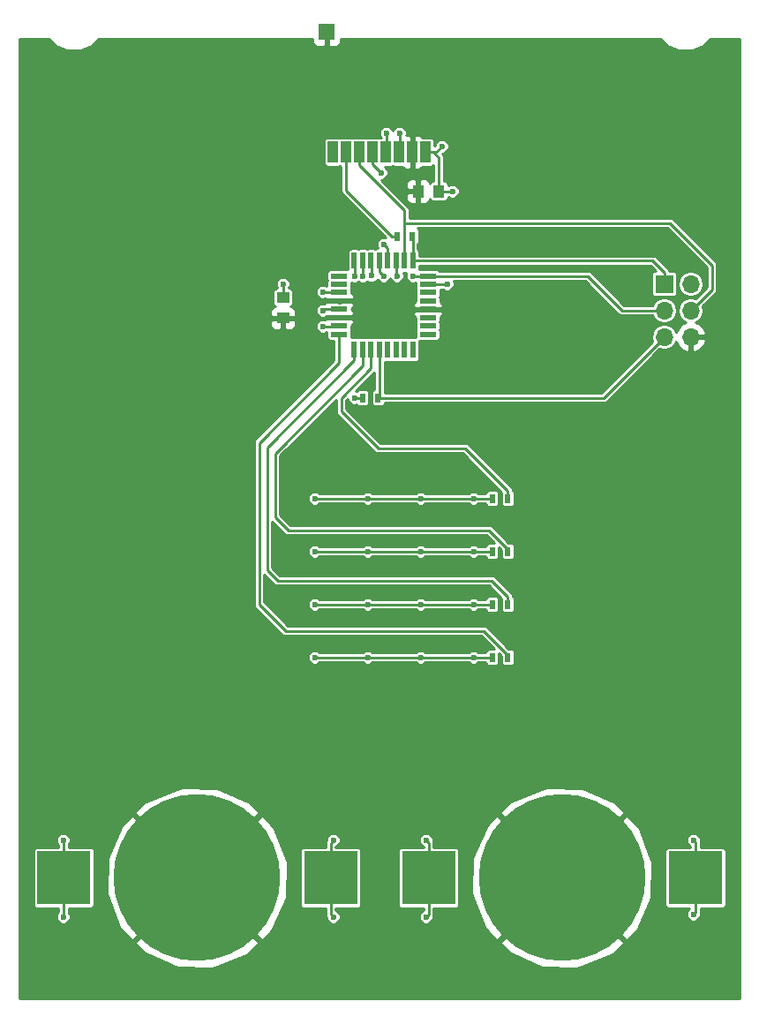
<source format=gbl>
G04 #@! TF.FileFunction,Copper,L2,Bot,Signal*
%FSLAX46Y46*%
G04 Gerber Fmt 4.6, Leading zero omitted, Abs format (unit mm)*
G04 Created by KiCad (PCBNEW 4.0.6) date 09/11/17 20:09:05*
%MOMM*%
%LPD*%
G01*
G04 APERTURE LIST*
%ADD10C,0.100000*%
%ADD11R,0.500000X0.900000*%
%ADD12R,5.100000X5.100000*%
%ADD13C,16.000000*%
%ADD14R,1.000000X1.250000*%
%ADD15R,1.250000X1.000000*%
%ADD16R,1.700000X1.700000*%
%ADD17O,1.700000X1.700000*%
%ADD18R,1.600000X0.550000*%
%ADD19R,0.550000X1.600000*%
%ADD20R,1.000000X2.000000*%
%ADD21R,1.500000X1.500000*%
%ADD22C,0.600000*%
%ADD23C,0.250000*%
%ADD24C,0.254000*%
G04 APERTURE END LIST*
D10*
D11*
X133362000Y-91948000D03*
X134862000Y-91948000D03*
X145808000Y-116840000D03*
X147308000Y-116840000D03*
X145808000Y-106680000D03*
X147308000Y-106680000D03*
X145808000Y-111760000D03*
X147308000Y-111760000D03*
X138164000Y-76454000D03*
X136664000Y-76454000D03*
X145808000Y-101600000D03*
X147308000Y-101600000D03*
D12*
X104700000Y-138000000D03*
X130300000Y-138000000D03*
D13*
X117500000Y-138000000D03*
D12*
X139700000Y-138000000D03*
X165300000Y-138000000D03*
D13*
X152500000Y-138000000D03*
D14*
X140700000Y-72136000D03*
X138700000Y-72136000D03*
D15*
X125730000Y-82312000D03*
X125730000Y-84312000D03*
D16*
X162306000Y-81026000D03*
D17*
X164846000Y-81026000D03*
X162306000Y-83566000D03*
X164846000Y-83566000D03*
X162306000Y-86106000D03*
X164846000Y-86106000D03*
D18*
X131126000Y-85864000D03*
X131126000Y-85064000D03*
X131126000Y-84264000D03*
X131126000Y-83464000D03*
X131126000Y-82664000D03*
X131126000Y-81864000D03*
X131126000Y-81064000D03*
X131126000Y-80264000D03*
D19*
X132576000Y-78814000D03*
X133376000Y-78814000D03*
X134176000Y-78814000D03*
X134976000Y-78814000D03*
X135776000Y-78814000D03*
X136576000Y-78814000D03*
X137376000Y-78814000D03*
X138176000Y-78814000D03*
D18*
X139626000Y-80264000D03*
X139626000Y-81064000D03*
X139626000Y-81864000D03*
X139626000Y-82664000D03*
X139626000Y-83464000D03*
X139626000Y-84264000D03*
X139626000Y-85064000D03*
X139626000Y-85864000D03*
D19*
X138176000Y-87314000D03*
X137376000Y-87314000D03*
X136576000Y-87314000D03*
X135776000Y-87314000D03*
X134976000Y-87314000D03*
X134176000Y-87314000D03*
X133376000Y-87314000D03*
X132576000Y-87314000D03*
D20*
X139400000Y-68390000D03*
X138130000Y-68390000D03*
X136860000Y-68390000D03*
X135590000Y-68390000D03*
X134320000Y-68390000D03*
X133050000Y-68390000D03*
X131780000Y-68390000D03*
X130510000Y-68390000D03*
D21*
X129920000Y-56890000D03*
D22*
X141986000Y-72136000D03*
X140970000Y-67818000D03*
X141478000Y-81026000D03*
X125730000Y-81026000D03*
X132588000Y-91948000D03*
X129540000Y-83566000D03*
X165100000Y-134366000D03*
X139446000Y-141732000D03*
X139446000Y-134366000D03*
X165100000Y-141478000D03*
X130556000Y-141732000D03*
X130556000Y-134366000D03*
X129540000Y-81788000D03*
X104648000Y-141732000D03*
X104648000Y-134366000D03*
X139954000Y-146812000D03*
X144018000Y-101600000D03*
X138938000Y-101600000D03*
X133858000Y-101600000D03*
X128778000Y-101600000D03*
X129540000Y-85090000D03*
X144018000Y-106680000D03*
X138938000Y-106680000D03*
X133858000Y-106680000D03*
X128778000Y-106680000D03*
X144018000Y-111760000D03*
X138938000Y-111760000D03*
X133858000Y-111760000D03*
X128778000Y-111760000D03*
X144018000Y-116840000D03*
X138938000Y-116840000D03*
X133858000Y-116840000D03*
X128778000Y-116840000D03*
X132588000Y-80264000D03*
X133388003Y-80264000D03*
X134229947Y-80222059D03*
X135128000Y-70358000D03*
X138176000Y-80264000D03*
X135382000Y-80264000D03*
X135636000Y-66548000D03*
X135382000Y-77216000D03*
X136906000Y-66548000D03*
X136652000Y-80264000D03*
D23*
X140700000Y-72136000D02*
X141986000Y-72136000D01*
X139400000Y-68390000D02*
X140398000Y-68390000D01*
X140398000Y-68390000D02*
X140970000Y-67818000D01*
X140700000Y-72136000D02*
X140700000Y-68940000D01*
X140700000Y-68940000D02*
X140150000Y-68390000D01*
X140150000Y-68390000D02*
X139400000Y-68390000D01*
X139626000Y-81064000D02*
X141440000Y-81064000D01*
X141440000Y-81064000D02*
X141478000Y-81026000D01*
X125730000Y-82312000D02*
X125730000Y-81026000D01*
X129616000Y-81864000D02*
X129540000Y-81788000D01*
X129642000Y-83464000D02*
X129540000Y-83566000D01*
X133362000Y-91948000D02*
X132588000Y-91948000D01*
X165300000Y-138000000D02*
X165300000Y-134566000D01*
X165300000Y-134566000D02*
X165100000Y-134366000D01*
X131126000Y-81864000D02*
X129616000Y-81864000D01*
X139700000Y-138000000D02*
X139700000Y-141478000D01*
X139700000Y-141478000D02*
X139446000Y-141732000D01*
X139700000Y-138000000D02*
X139700000Y-134620000D01*
X165300000Y-138000000D02*
X165300000Y-141278000D01*
X130300000Y-138000000D02*
X130300000Y-141476000D01*
X130300000Y-141476000D02*
X130556000Y-141732000D01*
X131126000Y-83464000D02*
X129642000Y-83464000D01*
X130300000Y-134622000D02*
X130556000Y-134366000D01*
X104700000Y-138000000D02*
X104700000Y-141680000D01*
X139700000Y-134620000D02*
X139446000Y-134366000D01*
X104700000Y-141680000D02*
X104648000Y-141732000D01*
X104700000Y-138000000D02*
X104700000Y-134418000D01*
X165300000Y-141278000D02*
X165100000Y-141478000D01*
X104700000Y-134418000D02*
X104648000Y-134366000D01*
X130300000Y-138000000D02*
X130300000Y-134622000D01*
X129920000Y-56890000D02*
X129920000Y-57890000D01*
X129920000Y-57890000D02*
X129794000Y-58016000D01*
X144018000Y-101600000D02*
X145808000Y-101600000D01*
X138938000Y-101600000D02*
X144018000Y-101600000D01*
X133858000Y-101600000D02*
X138938000Y-101600000D01*
X128778000Y-101600000D02*
X133096000Y-101600000D01*
X133096000Y-101600000D02*
X133858000Y-101600000D01*
X129540000Y-85090000D02*
X131100000Y-85090000D01*
X131100000Y-85090000D02*
X131126000Y-85064000D01*
X144018000Y-106680000D02*
X145808000Y-106680000D01*
X138938000Y-106680000D02*
X144018000Y-106680000D01*
X133858000Y-106680000D02*
X138938000Y-106680000D01*
X128778000Y-106680000D02*
X133858000Y-106680000D01*
X144018000Y-111760000D02*
X145808000Y-111760000D01*
X138938000Y-111760000D02*
X144018000Y-111760000D01*
X133858000Y-111760000D02*
X138938000Y-111760000D01*
X128778000Y-111760000D02*
X133858000Y-111760000D01*
X144018000Y-116840000D02*
X145808000Y-116840000D01*
X138938000Y-116840000D02*
X144018000Y-116840000D01*
X133858000Y-116840000D02*
X138938000Y-116840000D01*
X128778000Y-116840000D02*
X133858000Y-116840000D01*
X132588000Y-80264000D02*
X132588000Y-78826000D01*
X132588000Y-78826000D02*
X132576000Y-78814000D01*
X133388003Y-80264000D02*
X133388003Y-78826003D01*
X133388003Y-78826003D02*
X133376000Y-78814000D01*
X134229947Y-80222059D02*
X134229947Y-78867947D01*
X134229947Y-78867947D02*
X134176000Y-78814000D01*
X138176000Y-78814000D02*
X138176000Y-76466000D01*
X138176000Y-76466000D02*
X138164000Y-76454000D01*
X138176000Y-78814000D02*
X161194000Y-78814000D01*
X161194000Y-78814000D02*
X162306000Y-79926000D01*
X162306000Y-79926000D02*
X162306000Y-81026000D01*
X135128000Y-70358000D02*
X134320000Y-69550000D01*
X134320000Y-69550000D02*
X134320000Y-68390000D01*
X134381942Y-68451942D02*
X134320000Y-68390000D01*
X139626000Y-80264000D02*
X138176000Y-80264000D01*
X154940000Y-80264000D02*
X158242000Y-83566000D01*
X158242000Y-83566000D02*
X162306000Y-83566000D01*
X139626000Y-80264000D02*
X154940000Y-80264000D01*
X137376000Y-73966000D02*
X137376000Y-75184000D01*
X137376000Y-75184000D02*
X137376000Y-77764000D01*
X164846000Y-83566000D02*
X166878000Y-81534000D01*
X166878000Y-81534000D02*
X166878000Y-79248000D01*
X166878000Y-79248000D02*
X162814000Y-75184000D01*
X162814000Y-75184000D02*
X137376000Y-75184000D01*
X133050000Y-68390000D02*
X133050000Y-69640000D01*
X133050000Y-69640000D02*
X137376000Y-73966000D01*
X137376000Y-77764000D02*
X137376000Y-78814000D01*
X134862000Y-91948000D02*
X156464000Y-91948000D01*
X156464000Y-91948000D02*
X162306000Y-86106000D01*
X134976000Y-87314000D02*
X134976000Y-91834000D01*
X134976000Y-91834000D02*
X134862000Y-91948000D01*
X136664000Y-76454000D02*
X136164000Y-76454000D01*
X131780000Y-72070000D02*
X131780000Y-69640000D01*
X136164000Y-76454000D02*
X131780000Y-72070000D01*
X131780000Y-69640000D02*
X131780000Y-68390000D01*
X131318000Y-91948000D02*
X134176000Y-89090000D01*
X134176000Y-89090000D02*
X134176000Y-87314000D01*
X134874000Y-96774000D02*
X131318000Y-93218000D01*
X131318000Y-93218000D02*
X131318000Y-91948000D01*
X143182000Y-96774000D02*
X134874000Y-96774000D01*
X147308000Y-101600000D02*
X147308000Y-100900000D01*
X147308000Y-100900000D02*
X143182000Y-96774000D01*
X147308000Y-106680000D02*
X147308000Y-106480000D01*
X147308000Y-106480000D02*
X145476000Y-104648000D01*
X145476000Y-104648000D02*
X126238000Y-104648000D01*
X126238000Y-104648000D02*
X124968000Y-103378000D01*
X124968000Y-103378000D02*
X124968000Y-97282000D01*
X124968000Y-97282000D02*
X133376000Y-88874000D01*
X133376000Y-88874000D02*
X133376000Y-88364000D01*
X133376000Y-88364000D02*
X133376000Y-87314000D01*
X147308000Y-111760000D02*
X147308000Y-111060000D01*
X147308000Y-111060000D02*
X145722000Y-109474000D01*
X145722000Y-109474000D02*
X125222000Y-109474000D01*
X124206000Y-108458000D02*
X124206000Y-96734000D01*
X125222000Y-109474000D02*
X124206000Y-108458000D01*
X124206000Y-96734000D02*
X132576000Y-88364000D01*
X132576000Y-88364000D02*
X132576000Y-87314000D01*
X147308000Y-116840000D02*
X147308000Y-116640000D01*
X147308000Y-116640000D02*
X144968000Y-114300000D01*
X144968000Y-114300000D02*
X125984000Y-114300000D01*
X125984000Y-114300000D02*
X123444000Y-111760000D01*
X123444000Y-111760000D02*
X123444000Y-96266000D01*
X123444000Y-96266000D02*
X131126000Y-88584000D01*
X131126000Y-88584000D02*
X131126000Y-86389000D01*
X131126000Y-86389000D02*
X131126000Y-85864000D01*
X135382000Y-80264000D02*
X134976000Y-79858000D01*
X134976000Y-79858000D02*
X134976000Y-78814000D01*
X135636000Y-66548000D02*
X135636000Y-68344000D01*
X135636000Y-68344000D02*
X135590000Y-68390000D01*
X135776000Y-78814000D02*
X135776000Y-77610000D01*
X135776000Y-77610000D02*
X135382000Y-77216000D01*
X136906000Y-66548000D02*
X136906000Y-68344000D01*
X136906000Y-68344000D02*
X136860000Y-68390000D01*
X136576000Y-78814000D02*
X136576000Y-80188000D01*
X136576000Y-80188000D02*
X136652000Y-80264000D01*
D24*
G36*
X103947104Y-58190669D02*
X105059251Y-58652473D01*
X106263466Y-58653524D01*
X107376417Y-58193662D01*
X108040236Y-57531000D01*
X128535000Y-57531000D01*
X128535000Y-57766310D01*
X128631673Y-57999699D01*
X128810302Y-58178327D01*
X129043691Y-58275000D01*
X129634250Y-58275000D01*
X129793000Y-58116250D01*
X129793000Y-57531000D01*
X130047000Y-57531000D01*
X130047000Y-58116250D01*
X130205750Y-58275000D01*
X130796309Y-58275000D01*
X131029698Y-58178327D01*
X131208327Y-57999699D01*
X131305000Y-57766310D01*
X131305000Y-57531000D01*
X161962585Y-57531000D01*
X162621104Y-58190669D01*
X163733251Y-58652473D01*
X164937466Y-58653524D01*
X166050417Y-58193662D01*
X166714236Y-57531000D01*
X169548000Y-57531000D01*
X169548000Y-149548000D01*
X100452000Y-149548000D01*
X100452000Y-144202378D01*
X111477227Y-144202378D01*
X112428323Y-145196631D01*
X115568413Y-146589667D01*
X119002569Y-146675004D01*
X122207974Y-145439650D01*
X122571677Y-145196631D01*
X123522773Y-144202378D01*
X146477227Y-144202378D01*
X147428323Y-145196631D01*
X150568413Y-146589667D01*
X154002569Y-146675004D01*
X157207974Y-145439650D01*
X157571677Y-145196631D01*
X158522773Y-144202378D01*
X152500000Y-138179605D01*
X146477227Y-144202378D01*
X123522773Y-144202378D01*
X117500000Y-138179605D01*
X111477227Y-144202378D01*
X100452000Y-144202378D01*
X100452000Y-135450000D01*
X101765615Y-135450000D01*
X101765615Y-140550000D01*
X101791903Y-140689708D01*
X101874470Y-140818020D01*
X102000453Y-140904101D01*
X102150000Y-140934385D01*
X104198000Y-140934385D01*
X104198000Y-141224627D01*
X104074402Y-141348010D01*
X103971118Y-141596746D01*
X103970883Y-141866073D01*
X104073733Y-142114989D01*
X104264010Y-142305598D01*
X104512746Y-142408882D01*
X104782073Y-142409117D01*
X105030989Y-142306267D01*
X105221598Y-142115990D01*
X105324882Y-141867254D01*
X105325117Y-141597927D01*
X105222267Y-141349011D01*
X105202000Y-141328709D01*
X105202000Y-140934385D01*
X107250000Y-140934385D01*
X107389708Y-140908097D01*
X107518020Y-140825530D01*
X107604101Y-140699547D01*
X107634385Y-140550000D01*
X107634385Y-139502569D01*
X108824996Y-139502569D01*
X110060350Y-142707974D01*
X110303369Y-143071677D01*
X111297622Y-144022773D01*
X117320395Y-138000000D01*
X117679605Y-138000000D01*
X123702378Y-144022773D01*
X124696631Y-143071677D01*
X126089667Y-139931587D01*
X126175004Y-136497431D01*
X125771328Y-135450000D01*
X127365615Y-135450000D01*
X127365615Y-140550000D01*
X127391903Y-140689708D01*
X127474470Y-140818020D01*
X127600453Y-140904101D01*
X127750000Y-140934385D01*
X129798000Y-140934385D01*
X129798000Y-141475995D01*
X129797999Y-141476000D01*
X129836212Y-141668107D01*
X129879000Y-141732144D01*
X129878883Y-141866073D01*
X129981733Y-142114989D01*
X130172010Y-142305598D01*
X130420746Y-142408882D01*
X130690073Y-142409117D01*
X130938989Y-142306267D01*
X131129598Y-142115990D01*
X131232882Y-141867254D01*
X131233117Y-141597927D01*
X131130267Y-141349011D01*
X130939990Y-141158402D01*
X130802000Y-141101104D01*
X130802000Y-140934385D01*
X132850000Y-140934385D01*
X132989708Y-140908097D01*
X133118020Y-140825530D01*
X133204101Y-140699547D01*
X133234385Y-140550000D01*
X133234385Y-135450000D01*
X136765615Y-135450000D01*
X136765615Y-140550000D01*
X136791903Y-140689708D01*
X136874470Y-140818020D01*
X137000453Y-140904101D01*
X137150000Y-140934385D01*
X139198000Y-140934385D01*
X139198000Y-141101957D01*
X139063011Y-141157733D01*
X138872402Y-141348010D01*
X138769118Y-141596746D01*
X138768883Y-141866073D01*
X138871733Y-142114989D01*
X139062010Y-142305598D01*
X139310746Y-142408882D01*
X139580073Y-142409117D01*
X139828989Y-142306267D01*
X140019598Y-142115990D01*
X140122882Y-141867254D01*
X140123001Y-141731150D01*
X140157178Y-141680000D01*
X140163788Y-141670108D01*
X140202000Y-141478000D01*
X140202000Y-140934385D01*
X142250000Y-140934385D01*
X142389708Y-140908097D01*
X142518020Y-140825530D01*
X142604101Y-140699547D01*
X142634385Y-140550000D01*
X142634385Y-139502569D01*
X143824996Y-139502569D01*
X145060350Y-142707974D01*
X145303369Y-143071677D01*
X146297622Y-144022773D01*
X152320395Y-138000000D01*
X152679605Y-138000000D01*
X158702378Y-144022773D01*
X159696631Y-143071677D01*
X161089667Y-139931587D01*
X161175004Y-136497431D01*
X160771328Y-135450000D01*
X162365615Y-135450000D01*
X162365615Y-140550000D01*
X162391903Y-140689708D01*
X162474470Y-140818020D01*
X162600453Y-140904101D01*
X162750000Y-140934385D01*
X164686306Y-140934385D01*
X164526402Y-141094010D01*
X164423118Y-141342746D01*
X164422883Y-141612073D01*
X164525733Y-141860989D01*
X164716010Y-142051598D01*
X164964746Y-142154882D01*
X165234073Y-142155117D01*
X165482989Y-142052267D01*
X165673598Y-141861990D01*
X165776882Y-141613254D01*
X165777065Y-141403359D01*
X165802001Y-141278000D01*
X165802000Y-141277995D01*
X165802000Y-140934385D01*
X167850000Y-140934385D01*
X167989708Y-140908097D01*
X168118020Y-140825530D01*
X168204101Y-140699547D01*
X168234385Y-140550000D01*
X168234385Y-135450000D01*
X168208097Y-135310292D01*
X168125530Y-135181980D01*
X167999547Y-135095899D01*
X167850000Y-135065615D01*
X165802000Y-135065615D01*
X165802000Y-134566005D01*
X165802001Y-134566000D01*
X165776935Y-134439989D01*
X165777117Y-134231927D01*
X165674267Y-133983011D01*
X165483990Y-133792402D01*
X165235254Y-133689118D01*
X164965927Y-133688883D01*
X164717011Y-133791733D01*
X164526402Y-133982010D01*
X164423118Y-134230746D01*
X164422883Y-134500073D01*
X164525733Y-134748989D01*
X164716010Y-134939598D01*
X164798000Y-134973643D01*
X164798000Y-135065615D01*
X162750000Y-135065615D01*
X162610292Y-135091903D01*
X162481980Y-135174470D01*
X162395899Y-135300453D01*
X162365615Y-135450000D01*
X160771328Y-135450000D01*
X159939650Y-133292026D01*
X159696631Y-132928323D01*
X158702378Y-131977227D01*
X152679605Y-138000000D01*
X152320395Y-138000000D01*
X146297622Y-131977227D01*
X145303369Y-132928323D01*
X143910333Y-136068413D01*
X143824996Y-139502569D01*
X142634385Y-139502569D01*
X142634385Y-135450000D01*
X142608097Y-135310292D01*
X142525530Y-135181980D01*
X142399547Y-135095899D01*
X142250000Y-135065615D01*
X140202000Y-135065615D01*
X140202000Y-134620000D01*
X140163788Y-134427893D01*
X140163788Y-134427892D01*
X140122999Y-134366848D01*
X140123117Y-134231927D01*
X140020267Y-133983011D01*
X139829990Y-133792402D01*
X139581254Y-133689118D01*
X139311927Y-133688883D01*
X139063011Y-133791733D01*
X138872402Y-133982010D01*
X138769118Y-134230746D01*
X138768883Y-134500073D01*
X138871733Y-134748989D01*
X139062010Y-134939598D01*
X139198000Y-134996066D01*
X139198000Y-135065615D01*
X137150000Y-135065615D01*
X137010292Y-135091903D01*
X136881980Y-135174470D01*
X136795899Y-135300453D01*
X136765615Y-135450000D01*
X133234385Y-135450000D01*
X133208097Y-135310292D01*
X133125530Y-135181980D01*
X132999547Y-135095899D01*
X132850000Y-135065615D01*
X130802000Y-135065615D01*
X130802000Y-134996870D01*
X130938989Y-134940267D01*
X131129598Y-134749990D01*
X131232882Y-134501254D01*
X131233117Y-134231927D01*
X131130267Y-133983011D01*
X130939990Y-133792402D01*
X130691254Y-133689118D01*
X130421927Y-133688883D01*
X130173011Y-133791733D01*
X129982402Y-133982010D01*
X129879118Y-134230746D01*
X129879000Y-134365856D01*
X129836212Y-134429893D01*
X129797999Y-134622000D01*
X129798000Y-134622005D01*
X129798000Y-135065615D01*
X127750000Y-135065615D01*
X127610292Y-135091903D01*
X127481980Y-135174470D01*
X127395899Y-135300453D01*
X127365615Y-135450000D01*
X125771328Y-135450000D01*
X124939650Y-133292026D01*
X124696631Y-132928323D01*
X123702378Y-131977227D01*
X117679605Y-138000000D01*
X117320395Y-138000000D01*
X111297622Y-131977227D01*
X110303369Y-132928323D01*
X108910333Y-136068413D01*
X108824996Y-139502569D01*
X107634385Y-139502569D01*
X107634385Y-135450000D01*
X107608097Y-135310292D01*
X107525530Y-135181980D01*
X107399547Y-135095899D01*
X107250000Y-135065615D01*
X105202000Y-135065615D01*
X105202000Y-134769554D01*
X105221598Y-134749990D01*
X105324882Y-134501254D01*
X105325117Y-134231927D01*
X105222267Y-133983011D01*
X105031990Y-133792402D01*
X104783254Y-133689118D01*
X104513927Y-133688883D01*
X104265011Y-133791733D01*
X104074402Y-133982010D01*
X103971118Y-134230746D01*
X103970883Y-134500073D01*
X104073733Y-134748989D01*
X104198000Y-134873473D01*
X104198000Y-135065615D01*
X102150000Y-135065615D01*
X102010292Y-135091903D01*
X101881980Y-135174470D01*
X101795899Y-135300453D01*
X101765615Y-135450000D01*
X100452000Y-135450000D01*
X100452000Y-131797622D01*
X111477227Y-131797622D01*
X117500000Y-137820395D01*
X123522773Y-131797622D01*
X146477227Y-131797622D01*
X152500000Y-137820395D01*
X158522773Y-131797622D01*
X157571677Y-130803369D01*
X154431587Y-129410333D01*
X150997431Y-129324996D01*
X147792026Y-130560350D01*
X147428323Y-130803369D01*
X146477227Y-131797622D01*
X123522773Y-131797622D01*
X122571677Y-130803369D01*
X119431587Y-129410333D01*
X115997431Y-129324996D01*
X112792026Y-130560350D01*
X112428323Y-130803369D01*
X111477227Y-131797622D01*
X100452000Y-131797622D01*
X100452000Y-96266000D01*
X122941999Y-96266000D01*
X122942000Y-96266005D01*
X122942000Y-111759995D01*
X122941999Y-111760000D01*
X122980212Y-111952107D01*
X123089032Y-112114968D01*
X125629030Y-114654965D01*
X125629032Y-114654968D01*
X125791893Y-114763788D01*
X125984000Y-114802000D01*
X144760064Y-114802000D01*
X145963680Y-116005615D01*
X145558000Y-116005615D01*
X145418292Y-116031903D01*
X145289980Y-116114470D01*
X145203899Y-116240453D01*
X145184145Y-116338000D01*
X144473463Y-116338000D01*
X144401990Y-116266402D01*
X144153254Y-116163118D01*
X143883927Y-116162883D01*
X143635011Y-116265733D01*
X143562618Y-116338000D01*
X139393463Y-116338000D01*
X139321990Y-116266402D01*
X139073254Y-116163118D01*
X138803927Y-116162883D01*
X138555011Y-116265733D01*
X138482618Y-116338000D01*
X134313463Y-116338000D01*
X134241990Y-116266402D01*
X133993254Y-116163118D01*
X133723927Y-116162883D01*
X133475011Y-116265733D01*
X133402618Y-116338000D01*
X129233463Y-116338000D01*
X129161990Y-116266402D01*
X128913254Y-116163118D01*
X128643927Y-116162883D01*
X128395011Y-116265733D01*
X128204402Y-116456010D01*
X128101118Y-116704746D01*
X128100883Y-116974073D01*
X128203733Y-117222989D01*
X128394010Y-117413598D01*
X128642746Y-117516882D01*
X128912073Y-117517117D01*
X129160989Y-117414267D01*
X129233382Y-117342000D01*
X133402537Y-117342000D01*
X133474010Y-117413598D01*
X133722746Y-117516882D01*
X133992073Y-117517117D01*
X134240989Y-117414267D01*
X134313382Y-117342000D01*
X138482537Y-117342000D01*
X138554010Y-117413598D01*
X138802746Y-117516882D01*
X139072073Y-117517117D01*
X139320989Y-117414267D01*
X139393382Y-117342000D01*
X143562537Y-117342000D01*
X143634010Y-117413598D01*
X143882746Y-117516882D01*
X144152073Y-117517117D01*
X144400989Y-117414267D01*
X144473382Y-117342000D01*
X145183400Y-117342000D01*
X145199903Y-117429708D01*
X145282470Y-117558020D01*
X145408453Y-117644101D01*
X145558000Y-117674385D01*
X146058000Y-117674385D01*
X146197708Y-117648097D01*
X146326020Y-117565530D01*
X146412101Y-117439547D01*
X146442385Y-117290000D01*
X146442385Y-116484320D01*
X146673615Y-116715550D01*
X146673615Y-117290000D01*
X146699903Y-117429708D01*
X146782470Y-117558020D01*
X146908453Y-117644101D01*
X147058000Y-117674385D01*
X147558000Y-117674385D01*
X147697708Y-117648097D01*
X147826020Y-117565530D01*
X147912101Y-117439547D01*
X147942385Y-117290000D01*
X147942385Y-116390000D01*
X147916097Y-116250292D01*
X147833530Y-116121980D01*
X147707547Y-116035899D01*
X147558000Y-116005615D01*
X147383550Y-116005615D01*
X145322968Y-113945032D01*
X145160107Y-113836212D01*
X144968000Y-113797999D01*
X144967995Y-113798000D01*
X126191935Y-113798000D01*
X124288009Y-111894073D01*
X128100883Y-111894073D01*
X128203733Y-112142989D01*
X128394010Y-112333598D01*
X128642746Y-112436882D01*
X128912073Y-112437117D01*
X129160989Y-112334267D01*
X129233382Y-112262000D01*
X133402537Y-112262000D01*
X133474010Y-112333598D01*
X133722746Y-112436882D01*
X133992073Y-112437117D01*
X134240989Y-112334267D01*
X134313382Y-112262000D01*
X138482537Y-112262000D01*
X138554010Y-112333598D01*
X138802746Y-112436882D01*
X139072073Y-112437117D01*
X139320989Y-112334267D01*
X139393382Y-112262000D01*
X143562537Y-112262000D01*
X143634010Y-112333598D01*
X143882746Y-112436882D01*
X144152073Y-112437117D01*
X144400989Y-112334267D01*
X144473382Y-112262000D01*
X145183400Y-112262000D01*
X145199903Y-112349708D01*
X145282470Y-112478020D01*
X145408453Y-112564101D01*
X145558000Y-112594385D01*
X146058000Y-112594385D01*
X146197708Y-112568097D01*
X146326020Y-112485530D01*
X146412101Y-112359547D01*
X146442385Y-112210000D01*
X146442385Y-111310000D01*
X146416097Y-111170292D01*
X146333530Y-111041980D01*
X146207547Y-110955899D01*
X146058000Y-110925615D01*
X145558000Y-110925615D01*
X145418292Y-110951903D01*
X145289980Y-111034470D01*
X145203899Y-111160453D01*
X145184145Y-111258000D01*
X144473463Y-111258000D01*
X144401990Y-111186402D01*
X144153254Y-111083118D01*
X143883927Y-111082883D01*
X143635011Y-111185733D01*
X143562618Y-111258000D01*
X139393463Y-111258000D01*
X139321990Y-111186402D01*
X139073254Y-111083118D01*
X138803927Y-111082883D01*
X138555011Y-111185733D01*
X138482618Y-111258000D01*
X134313463Y-111258000D01*
X134241990Y-111186402D01*
X133993254Y-111083118D01*
X133723927Y-111082883D01*
X133475011Y-111185733D01*
X133402618Y-111258000D01*
X129233463Y-111258000D01*
X129161990Y-111186402D01*
X128913254Y-111083118D01*
X128643927Y-111082883D01*
X128395011Y-111185733D01*
X128204402Y-111376010D01*
X128101118Y-111624746D01*
X128100883Y-111894073D01*
X124288009Y-111894073D01*
X123946000Y-111552064D01*
X123946000Y-108907936D01*
X124867032Y-109828968D01*
X125029893Y-109937788D01*
X125222000Y-109976001D01*
X125222005Y-109976000D01*
X145514064Y-109976000D01*
X146702993Y-111164928D01*
X146673615Y-111310000D01*
X146673615Y-112210000D01*
X146699903Y-112349708D01*
X146782470Y-112478020D01*
X146908453Y-112564101D01*
X147058000Y-112594385D01*
X147558000Y-112594385D01*
X147697708Y-112568097D01*
X147826020Y-112485530D01*
X147912101Y-112359547D01*
X147942385Y-112210000D01*
X147942385Y-111310000D01*
X147916097Y-111170292D01*
X147833530Y-111041980D01*
X147802152Y-111020540D01*
X147771788Y-110867893D01*
X147662968Y-110705032D01*
X147662965Y-110705030D01*
X146076968Y-109119032D01*
X145914107Y-109010212D01*
X145722000Y-108971999D01*
X145721995Y-108972000D01*
X125429936Y-108972000D01*
X124708000Y-108250064D01*
X124708000Y-103827936D01*
X125883030Y-105002965D01*
X125883032Y-105002968D01*
X125980660Y-105068200D01*
X126045892Y-105111788D01*
X126238000Y-105150000D01*
X145268064Y-105150000D01*
X145963679Y-105845615D01*
X145558000Y-105845615D01*
X145418292Y-105871903D01*
X145289980Y-105954470D01*
X145203899Y-106080453D01*
X145184145Y-106178000D01*
X144473463Y-106178000D01*
X144401990Y-106106402D01*
X144153254Y-106003118D01*
X143883927Y-106002883D01*
X143635011Y-106105733D01*
X143562618Y-106178000D01*
X139393463Y-106178000D01*
X139321990Y-106106402D01*
X139073254Y-106003118D01*
X138803927Y-106002883D01*
X138555011Y-106105733D01*
X138482618Y-106178000D01*
X134313463Y-106178000D01*
X134241990Y-106106402D01*
X133993254Y-106003118D01*
X133723927Y-106002883D01*
X133475011Y-106105733D01*
X133402618Y-106178000D01*
X129233463Y-106178000D01*
X129161990Y-106106402D01*
X128913254Y-106003118D01*
X128643927Y-106002883D01*
X128395011Y-106105733D01*
X128204402Y-106296010D01*
X128101118Y-106544746D01*
X128100883Y-106814073D01*
X128203733Y-107062989D01*
X128394010Y-107253598D01*
X128642746Y-107356882D01*
X128912073Y-107357117D01*
X129160989Y-107254267D01*
X129233382Y-107182000D01*
X133402537Y-107182000D01*
X133474010Y-107253598D01*
X133722746Y-107356882D01*
X133992073Y-107357117D01*
X134240989Y-107254267D01*
X134313382Y-107182000D01*
X138482537Y-107182000D01*
X138554010Y-107253598D01*
X138802746Y-107356882D01*
X139072073Y-107357117D01*
X139320989Y-107254267D01*
X139393382Y-107182000D01*
X143562537Y-107182000D01*
X143634010Y-107253598D01*
X143882746Y-107356882D01*
X144152073Y-107357117D01*
X144400989Y-107254267D01*
X144473382Y-107182000D01*
X145183400Y-107182000D01*
X145199903Y-107269708D01*
X145282470Y-107398020D01*
X145408453Y-107484101D01*
X145558000Y-107514385D01*
X146058000Y-107514385D01*
X146197708Y-107488097D01*
X146326020Y-107405530D01*
X146412101Y-107279547D01*
X146442385Y-107130000D01*
X146442385Y-106324320D01*
X146673615Y-106555550D01*
X146673615Y-107130000D01*
X146699903Y-107269708D01*
X146782470Y-107398020D01*
X146908453Y-107484101D01*
X147058000Y-107514385D01*
X147558000Y-107514385D01*
X147697708Y-107488097D01*
X147826020Y-107405530D01*
X147912101Y-107279547D01*
X147942385Y-107130000D01*
X147942385Y-106230000D01*
X147916097Y-106090292D01*
X147833530Y-105961980D01*
X147707547Y-105875899D01*
X147558000Y-105845615D01*
X147383550Y-105845615D01*
X145830968Y-104293032D01*
X145668107Y-104184212D01*
X145476000Y-104145999D01*
X145475995Y-104146000D01*
X126445935Y-104146000D01*
X125470000Y-103170064D01*
X125470000Y-101734073D01*
X128100883Y-101734073D01*
X128203733Y-101982989D01*
X128394010Y-102173598D01*
X128642746Y-102276882D01*
X128912073Y-102277117D01*
X129160989Y-102174267D01*
X129233382Y-102102000D01*
X133402537Y-102102000D01*
X133474010Y-102173598D01*
X133722746Y-102276882D01*
X133992073Y-102277117D01*
X134240989Y-102174267D01*
X134313382Y-102102000D01*
X138482537Y-102102000D01*
X138554010Y-102173598D01*
X138802746Y-102276882D01*
X139072073Y-102277117D01*
X139320989Y-102174267D01*
X139393382Y-102102000D01*
X143562537Y-102102000D01*
X143634010Y-102173598D01*
X143882746Y-102276882D01*
X144152073Y-102277117D01*
X144400989Y-102174267D01*
X144473382Y-102102000D01*
X145183400Y-102102000D01*
X145199903Y-102189708D01*
X145282470Y-102318020D01*
X145408453Y-102404101D01*
X145558000Y-102434385D01*
X146058000Y-102434385D01*
X146197708Y-102408097D01*
X146326020Y-102325530D01*
X146412101Y-102199547D01*
X146442385Y-102050000D01*
X146442385Y-101150000D01*
X146416097Y-101010292D01*
X146333530Y-100881980D01*
X146207547Y-100795899D01*
X146058000Y-100765615D01*
X145558000Y-100765615D01*
X145418292Y-100791903D01*
X145289980Y-100874470D01*
X145203899Y-101000453D01*
X145184145Y-101098000D01*
X144473463Y-101098000D01*
X144401990Y-101026402D01*
X144153254Y-100923118D01*
X143883927Y-100922883D01*
X143635011Y-101025733D01*
X143562618Y-101098000D01*
X139393463Y-101098000D01*
X139321990Y-101026402D01*
X139073254Y-100923118D01*
X138803927Y-100922883D01*
X138555011Y-101025733D01*
X138482618Y-101098000D01*
X134313463Y-101098000D01*
X134241990Y-101026402D01*
X133993254Y-100923118D01*
X133723927Y-100922883D01*
X133475011Y-101025733D01*
X133402618Y-101098000D01*
X129233463Y-101098000D01*
X129161990Y-101026402D01*
X128913254Y-100923118D01*
X128643927Y-100922883D01*
X128395011Y-101025733D01*
X128204402Y-101216010D01*
X128101118Y-101464746D01*
X128100883Y-101734073D01*
X125470000Y-101734073D01*
X125470000Y-97489936D01*
X130816000Y-92143935D01*
X130816000Y-93217995D01*
X130815999Y-93218000D01*
X130854212Y-93410107D01*
X130963032Y-93572968D01*
X134519030Y-97128965D01*
X134519032Y-97128968D01*
X134681893Y-97237788D01*
X134874000Y-97276000D01*
X142974064Y-97276000D01*
X146702993Y-101004928D01*
X146673615Y-101150000D01*
X146673615Y-102050000D01*
X146699903Y-102189708D01*
X146782470Y-102318020D01*
X146908453Y-102404101D01*
X147058000Y-102434385D01*
X147558000Y-102434385D01*
X147697708Y-102408097D01*
X147826020Y-102325530D01*
X147912101Y-102199547D01*
X147942385Y-102050000D01*
X147942385Y-101150000D01*
X147916097Y-101010292D01*
X147833530Y-100881980D01*
X147802151Y-100860539D01*
X147789293Y-100795899D01*
X147771788Y-100707892D01*
X147728200Y-100642660D01*
X147662968Y-100545032D01*
X147662965Y-100545030D01*
X143536968Y-96419032D01*
X143374107Y-96310212D01*
X143182000Y-96271999D01*
X143181995Y-96272000D01*
X135081935Y-96272000D01*
X131820000Y-93010064D01*
X131820000Y-92155936D01*
X131910898Y-92065038D01*
X131910883Y-92082073D01*
X132013733Y-92330989D01*
X132204010Y-92521598D01*
X132452746Y-92624882D01*
X132722073Y-92625117D01*
X132791650Y-92596368D01*
X132836470Y-92666020D01*
X132962453Y-92752101D01*
X133112000Y-92782385D01*
X133612000Y-92782385D01*
X133751708Y-92756097D01*
X133880020Y-92673530D01*
X133966101Y-92547547D01*
X133996385Y-92398000D01*
X133996385Y-91498000D01*
X133970097Y-91358292D01*
X133887530Y-91229980D01*
X133761547Y-91143899D01*
X133612000Y-91113615D01*
X133112000Y-91113615D01*
X132972292Y-91139903D01*
X132843980Y-91222470D01*
X132791404Y-91299416D01*
X132723254Y-91271118D01*
X132704834Y-91271102D01*
X134474000Y-89501935D01*
X134474000Y-91139582D01*
X134472292Y-91139903D01*
X134343980Y-91222470D01*
X134257899Y-91348453D01*
X134227615Y-91498000D01*
X134227615Y-92398000D01*
X134253903Y-92537708D01*
X134336470Y-92666020D01*
X134462453Y-92752101D01*
X134612000Y-92782385D01*
X135112000Y-92782385D01*
X135251708Y-92756097D01*
X135380020Y-92673530D01*
X135466101Y-92547547D01*
X135485855Y-92450000D01*
X156463995Y-92450000D01*
X156464000Y-92450001D01*
X156656107Y-92411788D01*
X156818968Y-92302968D01*
X161870734Y-87251202D01*
X162281962Y-87333000D01*
X162330038Y-87333000D01*
X162799591Y-87239600D01*
X163197658Y-86973620D01*
X163455952Y-86587056D01*
X163574355Y-86872924D01*
X163964642Y-87301183D01*
X164489108Y-87547486D01*
X164719000Y-87426819D01*
X164719000Y-86233000D01*
X164973000Y-86233000D01*
X164973000Y-87426819D01*
X165202892Y-87547486D01*
X165727358Y-87301183D01*
X166117645Y-86872924D01*
X166287476Y-86462890D01*
X166166155Y-86233000D01*
X164973000Y-86233000D01*
X164719000Y-86233000D01*
X164699000Y-86233000D01*
X164699000Y-85979000D01*
X164719000Y-85979000D01*
X164719000Y-85959000D01*
X164973000Y-85959000D01*
X164973000Y-85979000D01*
X166166155Y-85979000D01*
X166287476Y-85749110D01*
X166117645Y-85339076D01*
X165727358Y-84910817D01*
X165296046Y-84708262D01*
X165339591Y-84699600D01*
X165737658Y-84433620D01*
X166003638Y-84035553D01*
X166097038Y-83566000D01*
X166007263Y-83114673D01*
X167232968Y-81888968D01*
X167341788Y-81726107D01*
X167380001Y-81534000D01*
X167380000Y-81533995D01*
X167380000Y-79248005D01*
X167380001Y-79248000D01*
X167341788Y-79055893D01*
X167232968Y-78893032D01*
X163168968Y-74829032D01*
X163006107Y-74720212D01*
X162814000Y-74681999D01*
X162813995Y-74682000D01*
X137878000Y-74682000D01*
X137878000Y-73966005D01*
X137878001Y-73966000D01*
X137839788Y-73773893D01*
X137730968Y-73611032D01*
X136541686Y-72421750D01*
X137565000Y-72421750D01*
X137565000Y-72887310D01*
X137661673Y-73120699D01*
X137840302Y-73299327D01*
X138073691Y-73396000D01*
X138414250Y-73396000D01*
X138573000Y-73237250D01*
X138573000Y-72263000D01*
X137723750Y-72263000D01*
X137565000Y-72421750D01*
X136541686Y-72421750D01*
X135504626Y-71384690D01*
X137565000Y-71384690D01*
X137565000Y-71850250D01*
X137723750Y-72009000D01*
X138573000Y-72009000D01*
X138573000Y-71034750D01*
X138414250Y-70876000D01*
X138073691Y-70876000D01*
X137840302Y-70972673D01*
X137661673Y-71151301D01*
X137565000Y-71384690D01*
X135504626Y-71384690D01*
X135154960Y-71035024D01*
X135262073Y-71035117D01*
X135510989Y-70932267D01*
X135701598Y-70741990D01*
X135804882Y-70493254D01*
X135805117Y-70223927D01*
X135702267Y-69975011D01*
X135511990Y-69784402D01*
X135487866Y-69774385D01*
X136090000Y-69774385D01*
X136229708Y-69748097D01*
X136229822Y-69748023D01*
X136360000Y-69774385D01*
X137116359Y-69774385D01*
X137270302Y-69928327D01*
X137503691Y-70025000D01*
X137844250Y-70025000D01*
X138003000Y-69866250D01*
X138003000Y-68517000D01*
X137983000Y-68517000D01*
X137983000Y-68263000D01*
X138003000Y-68263000D01*
X138003000Y-66913750D01*
X138257000Y-66913750D01*
X138257000Y-68263000D01*
X138277000Y-68263000D01*
X138277000Y-68517000D01*
X138257000Y-68517000D01*
X138257000Y-69866250D01*
X138415750Y-70025000D01*
X138756309Y-70025000D01*
X138989698Y-69928327D01*
X139143641Y-69774385D01*
X139900000Y-69774385D01*
X140039708Y-69748097D01*
X140168020Y-69665530D01*
X140198000Y-69621653D01*
X140198000Y-71126991D01*
X140060292Y-71152903D01*
X139931980Y-71235470D01*
X139845899Y-71361453D01*
X139835000Y-71415274D01*
X139835000Y-71384690D01*
X139738327Y-71151301D01*
X139559698Y-70972673D01*
X139326309Y-70876000D01*
X138985750Y-70876000D01*
X138827000Y-71034750D01*
X138827000Y-72009000D01*
X138847000Y-72009000D01*
X138847000Y-72263000D01*
X138827000Y-72263000D01*
X138827000Y-73237250D01*
X138985750Y-73396000D01*
X139326309Y-73396000D01*
X139559698Y-73299327D01*
X139738327Y-73120699D01*
X139835000Y-72887310D01*
X139835000Y-72864022D01*
X139841903Y-72900708D01*
X139924470Y-73029020D01*
X140050453Y-73115101D01*
X140200000Y-73145385D01*
X141200000Y-73145385D01*
X141339708Y-73119097D01*
X141468020Y-73036530D01*
X141554101Y-72910547D01*
X141584385Y-72761000D01*
X141584385Y-72691942D01*
X141602010Y-72709598D01*
X141850746Y-72812882D01*
X142120073Y-72813117D01*
X142368989Y-72710267D01*
X142559598Y-72519990D01*
X142662882Y-72271254D01*
X142663117Y-72001927D01*
X142560267Y-71753011D01*
X142369990Y-71562402D01*
X142121254Y-71459118D01*
X141851927Y-71458883D01*
X141603011Y-71561733D01*
X141584385Y-71580327D01*
X141584385Y-71511000D01*
X141558097Y-71371292D01*
X141475530Y-71242980D01*
X141349547Y-71156899D01*
X141202000Y-71127020D01*
X141202000Y-68940000D01*
X141163788Y-68747893D01*
X141054968Y-68585032D01*
X141054965Y-68585030D01*
X140983935Y-68514000D01*
X141002907Y-68495029D01*
X141104073Y-68495117D01*
X141352989Y-68392267D01*
X141543598Y-68201990D01*
X141646882Y-67953254D01*
X141647117Y-67683927D01*
X141544267Y-67435011D01*
X141353990Y-67244402D01*
X141105254Y-67141118D01*
X140835927Y-67140883D01*
X140587011Y-67243733D01*
X140396402Y-67434010D01*
X140293118Y-67682746D01*
X140293029Y-67785036D01*
X140284385Y-67793679D01*
X140284385Y-67390000D01*
X140258097Y-67250292D01*
X140175530Y-67121980D01*
X140049547Y-67035899D01*
X139900000Y-67005615D01*
X139143641Y-67005615D01*
X138989698Y-66851673D01*
X138756309Y-66755000D01*
X138415750Y-66755000D01*
X138257000Y-66913750D01*
X138003000Y-66913750D01*
X137844250Y-66755000D01*
X137553091Y-66755000D01*
X137582882Y-66683254D01*
X137583117Y-66413927D01*
X137480267Y-66165011D01*
X137289990Y-65974402D01*
X137041254Y-65871118D01*
X136771927Y-65870883D01*
X136523011Y-65973733D01*
X136332402Y-66164010D01*
X136270977Y-66311939D01*
X136210267Y-66165011D01*
X136019990Y-65974402D01*
X135771254Y-65871118D01*
X135501927Y-65870883D01*
X135253011Y-65973733D01*
X135062402Y-66164010D01*
X134959118Y-66412746D01*
X134958883Y-66682073D01*
X135061733Y-66930989D01*
X135134000Y-67003382D01*
X135134000Y-67005615D01*
X135090000Y-67005615D01*
X134950292Y-67031903D01*
X134950178Y-67031977D01*
X134820000Y-67005615D01*
X133820000Y-67005615D01*
X133680292Y-67031903D01*
X133680178Y-67031977D01*
X133550000Y-67005615D01*
X132550000Y-67005615D01*
X132410292Y-67031903D01*
X132410178Y-67031977D01*
X132280000Y-67005615D01*
X131280000Y-67005615D01*
X131140292Y-67031903D01*
X131140178Y-67031977D01*
X131010000Y-67005615D01*
X130010000Y-67005615D01*
X129870292Y-67031903D01*
X129741980Y-67114470D01*
X129655899Y-67240453D01*
X129625615Y-67390000D01*
X129625615Y-69390000D01*
X129651903Y-69529708D01*
X129734470Y-69658020D01*
X129860453Y-69744101D01*
X130010000Y-69774385D01*
X131010000Y-69774385D01*
X131149708Y-69748097D01*
X131149822Y-69748023D01*
X131278000Y-69773980D01*
X131278000Y-72069995D01*
X131277999Y-72070000D01*
X131316212Y-72262107D01*
X131425032Y-72424968D01*
X135554754Y-76554690D01*
X135517254Y-76539118D01*
X135247927Y-76538883D01*
X134999011Y-76641733D01*
X134808402Y-76832010D01*
X134705118Y-77080746D01*
X134704883Y-77350073D01*
X134807733Y-77598989D01*
X134838306Y-77629615D01*
X134701000Y-77629615D01*
X134571411Y-77653999D01*
X134451000Y-77629615D01*
X133901000Y-77629615D01*
X133771411Y-77653999D01*
X133651000Y-77629615D01*
X133101000Y-77629615D01*
X132971411Y-77653999D01*
X132851000Y-77629615D01*
X132301000Y-77629615D01*
X132161292Y-77655903D01*
X132032980Y-77738470D01*
X131946899Y-77864453D01*
X131916615Y-78014000D01*
X131916615Y-79604615D01*
X130326000Y-79604615D01*
X130186292Y-79630903D01*
X130057980Y-79713470D01*
X129971899Y-79839453D01*
X129941615Y-79989000D01*
X129941615Y-80539000D01*
X129965999Y-80668589D01*
X129941615Y-80789000D01*
X129941615Y-81232058D01*
X129923990Y-81214402D01*
X129675254Y-81111118D01*
X129405927Y-81110883D01*
X129157011Y-81213733D01*
X128966402Y-81404010D01*
X128863118Y-81652746D01*
X128862883Y-81922073D01*
X128965733Y-82170989D01*
X129156010Y-82361598D01*
X129404746Y-82464882D01*
X129674073Y-82465117D01*
X129747520Y-82434770D01*
X129849750Y-82537000D01*
X130999000Y-82537000D01*
X130999000Y-82523385D01*
X131253000Y-82523385D01*
X131253000Y-82537000D01*
X132402250Y-82537000D01*
X132561000Y-82378250D01*
X132561000Y-82262690D01*
X132464327Y-82029301D01*
X132310385Y-81875360D01*
X132310385Y-81589000D01*
X132286001Y-81459411D01*
X132310385Y-81339000D01*
X132310385Y-80881769D01*
X132452746Y-80940882D01*
X132722073Y-80941117D01*
X132970989Y-80838267D01*
X132987864Y-80821421D01*
X133004013Y-80837598D01*
X133252749Y-80940882D01*
X133522076Y-80941117D01*
X133770992Y-80838267D01*
X133829845Y-80779517D01*
X133845957Y-80795657D01*
X134094693Y-80898941D01*
X134364020Y-80899176D01*
X134612936Y-80796326D01*
X134794534Y-80615045D01*
X134807733Y-80646989D01*
X134998010Y-80837598D01*
X135246746Y-80940882D01*
X135516073Y-80941117D01*
X135764989Y-80838267D01*
X135955598Y-80647990D01*
X136017023Y-80500061D01*
X136077733Y-80646989D01*
X136268010Y-80837598D01*
X136516746Y-80940882D01*
X136786073Y-80941117D01*
X137034989Y-80838267D01*
X137225598Y-80647990D01*
X137328882Y-80399254D01*
X137329117Y-80129927D01*
X137274765Y-79998385D01*
X137553249Y-79998385D01*
X137499118Y-80128746D01*
X137498883Y-80398073D01*
X137601733Y-80646989D01*
X137792010Y-80837598D01*
X138040746Y-80940882D01*
X138310073Y-80941117D01*
X138441615Y-80886765D01*
X138441615Y-81339000D01*
X138465999Y-81468589D01*
X138441615Y-81589000D01*
X138441615Y-82139000D01*
X138465999Y-82268589D01*
X138441615Y-82389000D01*
X138441615Y-82675360D01*
X138287673Y-82829301D01*
X138191000Y-83062690D01*
X138191000Y-83178250D01*
X138349750Y-83337000D01*
X139499000Y-83337000D01*
X139499000Y-83323385D01*
X139753000Y-83323385D01*
X139753000Y-83337000D01*
X140902250Y-83337000D01*
X141061000Y-83178250D01*
X141061000Y-83062690D01*
X140964327Y-82829301D01*
X140810385Y-82675360D01*
X140810385Y-82389000D01*
X140786001Y-82259411D01*
X140810385Y-82139000D01*
X140810385Y-81589000D01*
X140806057Y-81566000D01*
X141060471Y-81566000D01*
X141094010Y-81599598D01*
X141342746Y-81702882D01*
X141612073Y-81703117D01*
X141860989Y-81600267D01*
X142051598Y-81409990D01*
X142154882Y-81161254D01*
X142155117Y-80891927D01*
X142103085Y-80766000D01*
X154732064Y-80766000D01*
X157887030Y-83920965D01*
X157887032Y-83920968D01*
X157972761Y-83978250D01*
X158049892Y-84029788D01*
X158242000Y-84068000D01*
X161170042Y-84068000D01*
X161414342Y-84433620D01*
X161812409Y-84699600D01*
X162281962Y-84793000D01*
X162330038Y-84793000D01*
X162799591Y-84699600D01*
X163197658Y-84433620D01*
X163463638Y-84035553D01*
X163557038Y-83566000D01*
X163463638Y-83096447D01*
X163197658Y-82698380D01*
X162799591Y-82432400D01*
X162330038Y-82339000D01*
X162281962Y-82339000D01*
X161812409Y-82432400D01*
X161414342Y-82698380D01*
X161170042Y-83064000D01*
X158449935Y-83064000D01*
X155294968Y-79909032D01*
X155132107Y-79800212D01*
X154940000Y-79761999D01*
X154939995Y-79762000D01*
X140727926Y-79762000D01*
X140701530Y-79720980D01*
X140575547Y-79634899D01*
X140426000Y-79604615D01*
X138835385Y-79604615D01*
X138835385Y-79316000D01*
X160986064Y-79316000D01*
X161461680Y-79791615D01*
X161456000Y-79791615D01*
X161316292Y-79817903D01*
X161187980Y-79900470D01*
X161101899Y-80026453D01*
X161071615Y-80176000D01*
X161071615Y-81876000D01*
X161097903Y-82015708D01*
X161180470Y-82144020D01*
X161306453Y-82230101D01*
X161456000Y-82260385D01*
X163156000Y-82260385D01*
X163295708Y-82234097D01*
X163424020Y-82151530D01*
X163510101Y-82025547D01*
X163540385Y-81876000D01*
X163540385Y-81026000D01*
X163594962Y-81026000D01*
X163688362Y-81495553D01*
X163954342Y-81893620D01*
X164352409Y-82159600D01*
X164821962Y-82253000D01*
X164870038Y-82253000D01*
X165339591Y-82159600D01*
X165737658Y-81893620D01*
X166003638Y-81495553D01*
X166097038Y-81026000D01*
X166003638Y-80556447D01*
X165737658Y-80158380D01*
X165339591Y-79892400D01*
X164870038Y-79799000D01*
X164821962Y-79799000D01*
X164352409Y-79892400D01*
X163954342Y-80158380D01*
X163688362Y-80556447D01*
X163594962Y-81026000D01*
X163540385Y-81026000D01*
X163540385Y-80176000D01*
X163514097Y-80036292D01*
X163431530Y-79907980D01*
X163305547Y-79821899D01*
X163156000Y-79791615D01*
X162781269Y-79791615D01*
X162769788Y-79733893D01*
X162660968Y-79571032D01*
X162660965Y-79571030D01*
X161548968Y-78459032D01*
X161386107Y-78350212D01*
X161194000Y-78311999D01*
X161193995Y-78312000D01*
X138835385Y-78312000D01*
X138835385Y-78014000D01*
X138809097Y-77874292D01*
X138726530Y-77745980D01*
X138678000Y-77712821D01*
X138678000Y-77182117D01*
X138682020Y-77179530D01*
X138768101Y-77053547D01*
X138798385Y-76904000D01*
X138798385Y-76004000D01*
X138772097Y-75864292D01*
X138689530Y-75735980D01*
X138616382Y-75686000D01*
X162606064Y-75686000D01*
X166376000Y-79455936D01*
X166376000Y-81326064D01*
X165281266Y-82420798D01*
X164870038Y-82339000D01*
X164821962Y-82339000D01*
X164352409Y-82432400D01*
X163954342Y-82698380D01*
X163688362Y-83096447D01*
X163594962Y-83566000D01*
X163688362Y-84035553D01*
X163954342Y-84433620D01*
X164352409Y-84699600D01*
X164395954Y-84708262D01*
X163964642Y-84910817D01*
X163574355Y-85339076D01*
X163455952Y-85624944D01*
X163197658Y-85238380D01*
X162799591Y-84972400D01*
X162330038Y-84879000D01*
X162281962Y-84879000D01*
X161812409Y-84972400D01*
X161414342Y-85238380D01*
X161148362Y-85636447D01*
X161054962Y-86106000D01*
X161144737Y-86557328D01*
X156256064Y-91446000D01*
X135486600Y-91446000D01*
X135478000Y-91400293D01*
X135478000Y-88493727D01*
X135501000Y-88498385D01*
X136051000Y-88498385D01*
X136180589Y-88474001D01*
X136301000Y-88498385D01*
X136851000Y-88498385D01*
X136980589Y-88474001D01*
X137101000Y-88498385D01*
X137651000Y-88498385D01*
X137780589Y-88474001D01*
X137901000Y-88498385D01*
X138451000Y-88498385D01*
X138590708Y-88472097D01*
X138719020Y-88389530D01*
X138805101Y-88263547D01*
X138835385Y-88114000D01*
X138835385Y-86523385D01*
X140426000Y-86523385D01*
X140565708Y-86497097D01*
X140694020Y-86414530D01*
X140780101Y-86288547D01*
X140810385Y-86139000D01*
X140810385Y-85589000D01*
X140786001Y-85459411D01*
X140810385Y-85339000D01*
X140810385Y-84789000D01*
X140786001Y-84659411D01*
X140810385Y-84539000D01*
X140810385Y-84252640D01*
X140964327Y-84098699D01*
X141061000Y-83865310D01*
X141061000Y-83749750D01*
X140902250Y-83591000D01*
X139753000Y-83591000D01*
X139753000Y-83604615D01*
X139499000Y-83604615D01*
X139499000Y-83591000D01*
X138349750Y-83591000D01*
X138191000Y-83749750D01*
X138191000Y-83865310D01*
X138287673Y-84098699D01*
X138441615Y-84252640D01*
X138441615Y-84539000D01*
X138465999Y-84668589D01*
X138441615Y-84789000D01*
X138441615Y-85339000D01*
X138465999Y-85468589D01*
X138441615Y-85589000D01*
X138441615Y-86129615D01*
X137901000Y-86129615D01*
X137771411Y-86153999D01*
X137651000Y-86129615D01*
X137101000Y-86129615D01*
X136971411Y-86153999D01*
X136851000Y-86129615D01*
X136301000Y-86129615D01*
X136171411Y-86153999D01*
X136051000Y-86129615D01*
X135501000Y-86129615D01*
X135371411Y-86153999D01*
X135251000Y-86129615D01*
X134701000Y-86129615D01*
X134571411Y-86153999D01*
X134451000Y-86129615D01*
X133901000Y-86129615D01*
X133771411Y-86153999D01*
X133651000Y-86129615D01*
X133101000Y-86129615D01*
X132971411Y-86153999D01*
X132851000Y-86129615D01*
X132310385Y-86129615D01*
X132310385Y-85589000D01*
X132286001Y-85459411D01*
X132310385Y-85339000D01*
X132310385Y-85052640D01*
X132464327Y-84898699D01*
X132561000Y-84665310D01*
X132561000Y-84549750D01*
X132402250Y-84391000D01*
X131253000Y-84391000D01*
X131253000Y-84404615D01*
X130999000Y-84404615D01*
X130999000Y-84391000D01*
X129849750Y-84391000D01*
X129782924Y-84457826D01*
X129675254Y-84413118D01*
X129405927Y-84412883D01*
X129157011Y-84515733D01*
X128966402Y-84706010D01*
X128863118Y-84954746D01*
X128862883Y-85224073D01*
X128965733Y-85472989D01*
X129156010Y-85663598D01*
X129404746Y-85766882D01*
X129674073Y-85767117D01*
X129922989Y-85664267D01*
X129941615Y-85645673D01*
X129941615Y-86139000D01*
X129967903Y-86278708D01*
X130050470Y-86407020D01*
X130176453Y-86493101D01*
X130326000Y-86523385D01*
X130624000Y-86523385D01*
X130624000Y-88376065D01*
X123089032Y-95911032D01*
X122980212Y-96073893D01*
X122941999Y-96266000D01*
X100452000Y-96266000D01*
X100452000Y-84597750D01*
X124470000Y-84597750D01*
X124470000Y-84938309D01*
X124566673Y-85171698D01*
X124745301Y-85350327D01*
X124978690Y-85447000D01*
X125444250Y-85447000D01*
X125603000Y-85288250D01*
X125603000Y-84439000D01*
X125857000Y-84439000D01*
X125857000Y-85288250D01*
X126015750Y-85447000D01*
X126481310Y-85447000D01*
X126714699Y-85350327D01*
X126893327Y-85171698D01*
X126990000Y-84938309D01*
X126990000Y-84597750D01*
X126831250Y-84439000D01*
X125857000Y-84439000D01*
X125603000Y-84439000D01*
X124628750Y-84439000D01*
X124470000Y-84597750D01*
X100452000Y-84597750D01*
X100452000Y-83685691D01*
X124470000Y-83685691D01*
X124470000Y-84026250D01*
X124628750Y-84185000D01*
X125603000Y-84185000D01*
X125603000Y-84165000D01*
X125857000Y-84165000D01*
X125857000Y-84185000D01*
X126831250Y-84185000D01*
X126990000Y-84026250D01*
X126990000Y-83700073D01*
X128862883Y-83700073D01*
X128965733Y-83948989D01*
X129156010Y-84139598D01*
X129404746Y-84242882D01*
X129674073Y-84243117D01*
X129922989Y-84140267D01*
X129926262Y-84137000D01*
X130999000Y-84137000D01*
X130999000Y-84123385D01*
X131253000Y-84123385D01*
X131253000Y-84137000D01*
X132402250Y-84137000D01*
X132561000Y-83978250D01*
X132561000Y-83862690D01*
X132464327Y-83629301D01*
X132310385Y-83475360D01*
X132310385Y-83452640D01*
X132464327Y-83298699D01*
X132561000Y-83065310D01*
X132561000Y-82949750D01*
X132402250Y-82791000D01*
X131253000Y-82791000D01*
X131253000Y-82804615D01*
X130999000Y-82804615D01*
X130999000Y-82791000D01*
X129849750Y-82791000D01*
X129729222Y-82911528D01*
X129675254Y-82889118D01*
X129405927Y-82888883D01*
X129157011Y-82991733D01*
X128966402Y-83182010D01*
X128863118Y-83430746D01*
X128862883Y-83700073D01*
X126990000Y-83700073D01*
X126990000Y-83685691D01*
X126893327Y-83452302D01*
X126714699Y-83273673D01*
X126481310Y-83177000D01*
X126458022Y-83177000D01*
X126494708Y-83170097D01*
X126623020Y-83087530D01*
X126709101Y-82961547D01*
X126739385Y-82812000D01*
X126739385Y-81812000D01*
X126713097Y-81672292D01*
X126630530Y-81543980D01*
X126504547Y-81457899D01*
X126355000Y-81427615D01*
X126285942Y-81427615D01*
X126303598Y-81409990D01*
X126406882Y-81161254D01*
X126407117Y-80891927D01*
X126304267Y-80643011D01*
X126113990Y-80452402D01*
X125865254Y-80349118D01*
X125595927Y-80348883D01*
X125347011Y-80451733D01*
X125156402Y-80642010D01*
X125053118Y-80890746D01*
X125052883Y-81160073D01*
X125155733Y-81408989D01*
X125174327Y-81427615D01*
X125105000Y-81427615D01*
X124965292Y-81453903D01*
X124836980Y-81536470D01*
X124750899Y-81662453D01*
X124720615Y-81812000D01*
X124720615Y-82812000D01*
X124746903Y-82951708D01*
X124829470Y-83080020D01*
X124955453Y-83166101D01*
X125009274Y-83177000D01*
X124978690Y-83177000D01*
X124745301Y-83273673D01*
X124566673Y-83452302D01*
X124470000Y-83685691D01*
X100452000Y-83685691D01*
X100452000Y-57531000D01*
X103288585Y-57531000D01*
X103947104Y-58190669D01*
X103947104Y-58190669D01*
G37*
X103947104Y-58190669D02*
X105059251Y-58652473D01*
X106263466Y-58653524D01*
X107376417Y-58193662D01*
X108040236Y-57531000D01*
X128535000Y-57531000D01*
X128535000Y-57766310D01*
X128631673Y-57999699D01*
X128810302Y-58178327D01*
X129043691Y-58275000D01*
X129634250Y-58275000D01*
X129793000Y-58116250D01*
X129793000Y-57531000D01*
X130047000Y-57531000D01*
X130047000Y-58116250D01*
X130205750Y-58275000D01*
X130796309Y-58275000D01*
X131029698Y-58178327D01*
X131208327Y-57999699D01*
X131305000Y-57766310D01*
X131305000Y-57531000D01*
X161962585Y-57531000D01*
X162621104Y-58190669D01*
X163733251Y-58652473D01*
X164937466Y-58653524D01*
X166050417Y-58193662D01*
X166714236Y-57531000D01*
X169548000Y-57531000D01*
X169548000Y-149548000D01*
X100452000Y-149548000D01*
X100452000Y-144202378D01*
X111477227Y-144202378D01*
X112428323Y-145196631D01*
X115568413Y-146589667D01*
X119002569Y-146675004D01*
X122207974Y-145439650D01*
X122571677Y-145196631D01*
X123522773Y-144202378D01*
X146477227Y-144202378D01*
X147428323Y-145196631D01*
X150568413Y-146589667D01*
X154002569Y-146675004D01*
X157207974Y-145439650D01*
X157571677Y-145196631D01*
X158522773Y-144202378D01*
X152500000Y-138179605D01*
X146477227Y-144202378D01*
X123522773Y-144202378D01*
X117500000Y-138179605D01*
X111477227Y-144202378D01*
X100452000Y-144202378D01*
X100452000Y-135450000D01*
X101765615Y-135450000D01*
X101765615Y-140550000D01*
X101791903Y-140689708D01*
X101874470Y-140818020D01*
X102000453Y-140904101D01*
X102150000Y-140934385D01*
X104198000Y-140934385D01*
X104198000Y-141224627D01*
X104074402Y-141348010D01*
X103971118Y-141596746D01*
X103970883Y-141866073D01*
X104073733Y-142114989D01*
X104264010Y-142305598D01*
X104512746Y-142408882D01*
X104782073Y-142409117D01*
X105030989Y-142306267D01*
X105221598Y-142115990D01*
X105324882Y-141867254D01*
X105325117Y-141597927D01*
X105222267Y-141349011D01*
X105202000Y-141328709D01*
X105202000Y-140934385D01*
X107250000Y-140934385D01*
X107389708Y-140908097D01*
X107518020Y-140825530D01*
X107604101Y-140699547D01*
X107634385Y-140550000D01*
X107634385Y-139502569D01*
X108824996Y-139502569D01*
X110060350Y-142707974D01*
X110303369Y-143071677D01*
X111297622Y-144022773D01*
X117320395Y-138000000D01*
X117679605Y-138000000D01*
X123702378Y-144022773D01*
X124696631Y-143071677D01*
X126089667Y-139931587D01*
X126175004Y-136497431D01*
X125771328Y-135450000D01*
X127365615Y-135450000D01*
X127365615Y-140550000D01*
X127391903Y-140689708D01*
X127474470Y-140818020D01*
X127600453Y-140904101D01*
X127750000Y-140934385D01*
X129798000Y-140934385D01*
X129798000Y-141475995D01*
X129797999Y-141476000D01*
X129836212Y-141668107D01*
X129879000Y-141732144D01*
X129878883Y-141866073D01*
X129981733Y-142114989D01*
X130172010Y-142305598D01*
X130420746Y-142408882D01*
X130690073Y-142409117D01*
X130938989Y-142306267D01*
X131129598Y-142115990D01*
X131232882Y-141867254D01*
X131233117Y-141597927D01*
X131130267Y-141349011D01*
X130939990Y-141158402D01*
X130802000Y-141101104D01*
X130802000Y-140934385D01*
X132850000Y-140934385D01*
X132989708Y-140908097D01*
X133118020Y-140825530D01*
X133204101Y-140699547D01*
X133234385Y-140550000D01*
X133234385Y-135450000D01*
X136765615Y-135450000D01*
X136765615Y-140550000D01*
X136791903Y-140689708D01*
X136874470Y-140818020D01*
X137000453Y-140904101D01*
X137150000Y-140934385D01*
X139198000Y-140934385D01*
X139198000Y-141101957D01*
X139063011Y-141157733D01*
X138872402Y-141348010D01*
X138769118Y-141596746D01*
X138768883Y-141866073D01*
X138871733Y-142114989D01*
X139062010Y-142305598D01*
X139310746Y-142408882D01*
X139580073Y-142409117D01*
X139828989Y-142306267D01*
X140019598Y-142115990D01*
X140122882Y-141867254D01*
X140123001Y-141731150D01*
X140157178Y-141680000D01*
X140163788Y-141670108D01*
X140202000Y-141478000D01*
X140202000Y-140934385D01*
X142250000Y-140934385D01*
X142389708Y-140908097D01*
X142518020Y-140825530D01*
X142604101Y-140699547D01*
X142634385Y-140550000D01*
X142634385Y-139502569D01*
X143824996Y-139502569D01*
X145060350Y-142707974D01*
X145303369Y-143071677D01*
X146297622Y-144022773D01*
X152320395Y-138000000D01*
X152679605Y-138000000D01*
X158702378Y-144022773D01*
X159696631Y-143071677D01*
X161089667Y-139931587D01*
X161175004Y-136497431D01*
X160771328Y-135450000D01*
X162365615Y-135450000D01*
X162365615Y-140550000D01*
X162391903Y-140689708D01*
X162474470Y-140818020D01*
X162600453Y-140904101D01*
X162750000Y-140934385D01*
X164686306Y-140934385D01*
X164526402Y-141094010D01*
X164423118Y-141342746D01*
X164422883Y-141612073D01*
X164525733Y-141860989D01*
X164716010Y-142051598D01*
X164964746Y-142154882D01*
X165234073Y-142155117D01*
X165482989Y-142052267D01*
X165673598Y-141861990D01*
X165776882Y-141613254D01*
X165777065Y-141403359D01*
X165802001Y-141278000D01*
X165802000Y-141277995D01*
X165802000Y-140934385D01*
X167850000Y-140934385D01*
X167989708Y-140908097D01*
X168118020Y-140825530D01*
X168204101Y-140699547D01*
X168234385Y-140550000D01*
X168234385Y-135450000D01*
X168208097Y-135310292D01*
X168125530Y-135181980D01*
X167999547Y-135095899D01*
X167850000Y-135065615D01*
X165802000Y-135065615D01*
X165802000Y-134566005D01*
X165802001Y-134566000D01*
X165776935Y-134439989D01*
X165777117Y-134231927D01*
X165674267Y-133983011D01*
X165483990Y-133792402D01*
X165235254Y-133689118D01*
X164965927Y-133688883D01*
X164717011Y-133791733D01*
X164526402Y-133982010D01*
X164423118Y-134230746D01*
X164422883Y-134500073D01*
X164525733Y-134748989D01*
X164716010Y-134939598D01*
X164798000Y-134973643D01*
X164798000Y-135065615D01*
X162750000Y-135065615D01*
X162610292Y-135091903D01*
X162481980Y-135174470D01*
X162395899Y-135300453D01*
X162365615Y-135450000D01*
X160771328Y-135450000D01*
X159939650Y-133292026D01*
X159696631Y-132928323D01*
X158702378Y-131977227D01*
X152679605Y-138000000D01*
X152320395Y-138000000D01*
X146297622Y-131977227D01*
X145303369Y-132928323D01*
X143910333Y-136068413D01*
X143824996Y-139502569D01*
X142634385Y-139502569D01*
X142634385Y-135450000D01*
X142608097Y-135310292D01*
X142525530Y-135181980D01*
X142399547Y-135095899D01*
X142250000Y-135065615D01*
X140202000Y-135065615D01*
X140202000Y-134620000D01*
X140163788Y-134427893D01*
X140163788Y-134427892D01*
X140122999Y-134366848D01*
X140123117Y-134231927D01*
X140020267Y-133983011D01*
X139829990Y-133792402D01*
X139581254Y-133689118D01*
X139311927Y-133688883D01*
X139063011Y-133791733D01*
X138872402Y-133982010D01*
X138769118Y-134230746D01*
X138768883Y-134500073D01*
X138871733Y-134748989D01*
X139062010Y-134939598D01*
X139198000Y-134996066D01*
X139198000Y-135065615D01*
X137150000Y-135065615D01*
X137010292Y-135091903D01*
X136881980Y-135174470D01*
X136795899Y-135300453D01*
X136765615Y-135450000D01*
X133234385Y-135450000D01*
X133208097Y-135310292D01*
X133125530Y-135181980D01*
X132999547Y-135095899D01*
X132850000Y-135065615D01*
X130802000Y-135065615D01*
X130802000Y-134996870D01*
X130938989Y-134940267D01*
X131129598Y-134749990D01*
X131232882Y-134501254D01*
X131233117Y-134231927D01*
X131130267Y-133983011D01*
X130939990Y-133792402D01*
X130691254Y-133689118D01*
X130421927Y-133688883D01*
X130173011Y-133791733D01*
X129982402Y-133982010D01*
X129879118Y-134230746D01*
X129879000Y-134365856D01*
X129836212Y-134429893D01*
X129797999Y-134622000D01*
X129798000Y-134622005D01*
X129798000Y-135065615D01*
X127750000Y-135065615D01*
X127610292Y-135091903D01*
X127481980Y-135174470D01*
X127395899Y-135300453D01*
X127365615Y-135450000D01*
X125771328Y-135450000D01*
X124939650Y-133292026D01*
X124696631Y-132928323D01*
X123702378Y-131977227D01*
X117679605Y-138000000D01*
X117320395Y-138000000D01*
X111297622Y-131977227D01*
X110303369Y-132928323D01*
X108910333Y-136068413D01*
X108824996Y-139502569D01*
X107634385Y-139502569D01*
X107634385Y-135450000D01*
X107608097Y-135310292D01*
X107525530Y-135181980D01*
X107399547Y-135095899D01*
X107250000Y-135065615D01*
X105202000Y-135065615D01*
X105202000Y-134769554D01*
X105221598Y-134749990D01*
X105324882Y-134501254D01*
X105325117Y-134231927D01*
X105222267Y-133983011D01*
X105031990Y-133792402D01*
X104783254Y-133689118D01*
X104513927Y-133688883D01*
X104265011Y-133791733D01*
X104074402Y-133982010D01*
X103971118Y-134230746D01*
X103970883Y-134500073D01*
X104073733Y-134748989D01*
X104198000Y-134873473D01*
X104198000Y-135065615D01*
X102150000Y-135065615D01*
X102010292Y-135091903D01*
X101881980Y-135174470D01*
X101795899Y-135300453D01*
X101765615Y-135450000D01*
X100452000Y-135450000D01*
X100452000Y-131797622D01*
X111477227Y-131797622D01*
X117500000Y-137820395D01*
X123522773Y-131797622D01*
X146477227Y-131797622D01*
X152500000Y-137820395D01*
X158522773Y-131797622D01*
X157571677Y-130803369D01*
X154431587Y-129410333D01*
X150997431Y-129324996D01*
X147792026Y-130560350D01*
X147428323Y-130803369D01*
X146477227Y-131797622D01*
X123522773Y-131797622D01*
X122571677Y-130803369D01*
X119431587Y-129410333D01*
X115997431Y-129324996D01*
X112792026Y-130560350D01*
X112428323Y-130803369D01*
X111477227Y-131797622D01*
X100452000Y-131797622D01*
X100452000Y-96266000D01*
X122941999Y-96266000D01*
X122942000Y-96266005D01*
X122942000Y-111759995D01*
X122941999Y-111760000D01*
X122980212Y-111952107D01*
X123089032Y-112114968D01*
X125629030Y-114654965D01*
X125629032Y-114654968D01*
X125791893Y-114763788D01*
X125984000Y-114802000D01*
X144760064Y-114802000D01*
X145963680Y-116005615D01*
X145558000Y-116005615D01*
X145418292Y-116031903D01*
X145289980Y-116114470D01*
X145203899Y-116240453D01*
X145184145Y-116338000D01*
X144473463Y-116338000D01*
X144401990Y-116266402D01*
X144153254Y-116163118D01*
X143883927Y-116162883D01*
X143635011Y-116265733D01*
X143562618Y-116338000D01*
X139393463Y-116338000D01*
X139321990Y-116266402D01*
X139073254Y-116163118D01*
X138803927Y-116162883D01*
X138555011Y-116265733D01*
X138482618Y-116338000D01*
X134313463Y-116338000D01*
X134241990Y-116266402D01*
X133993254Y-116163118D01*
X133723927Y-116162883D01*
X133475011Y-116265733D01*
X133402618Y-116338000D01*
X129233463Y-116338000D01*
X129161990Y-116266402D01*
X128913254Y-116163118D01*
X128643927Y-116162883D01*
X128395011Y-116265733D01*
X128204402Y-116456010D01*
X128101118Y-116704746D01*
X128100883Y-116974073D01*
X128203733Y-117222989D01*
X128394010Y-117413598D01*
X128642746Y-117516882D01*
X128912073Y-117517117D01*
X129160989Y-117414267D01*
X129233382Y-117342000D01*
X133402537Y-117342000D01*
X133474010Y-117413598D01*
X133722746Y-117516882D01*
X133992073Y-117517117D01*
X134240989Y-117414267D01*
X134313382Y-117342000D01*
X138482537Y-117342000D01*
X138554010Y-117413598D01*
X138802746Y-117516882D01*
X139072073Y-117517117D01*
X139320989Y-117414267D01*
X139393382Y-117342000D01*
X143562537Y-117342000D01*
X143634010Y-117413598D01*
X143882746Y-117516882D01*
X144152073Y-117517117D01*
X144400989Y-117414267D01*
X144473382Y-117342000D01*
X145183400Y-117342000D01*
X145199903Y-117429708D01*
X145282470Y-117558020D01*
X145408453Y-117644101D01*
X145558000Y-117674385D01*
X146058000Y-117674385D01*
X146197708Y-117648097D01*
X146326020Y-117565530D01*
X146412101Y-117439547D01*
X146442385Y-117290000D01*
X146442385Y-116484320D01*
X146673615Y-116715550D01*
X146673615Y-117290000D01*
X146699903Y-117429708D01*
X146782470Y-117558020D01*
X146908453Y-117644101D01*
X147058000Y-117674385D01*
X147558000Y-117674385D01*
X147697708Y-117648097D01*
X147826020Y-117565530D01*
X147912101Y-117439547D01*
X147942385Y-117290000D01*
X147942385Y-116390000D01*
X147916097Y-116250292D01*
X147833530Y-116121980D01*
X147707547Y-116035899D01*
X147558000Y-116005615D01*
X147383550Y-116005615D01*
X145322968Y-113945032D01*
X145160107Y-113836212D01*
X144968000Y-113797999D01*
X144967995Y-113798000D01*
X126191935Y-113798000D01*
X124288009Y-111894073D01*
X128100883Y-111894073D01*
X128203733Y-112142989D01*
X128394010Y-112333598D01*
X128642746Y-112436882D01*
X128912073Y-112437117D01*
X129160989Y-112334267D01*
X129233382Y-112262000D01*
X133402537Y-112262000D01*
X133474010Y-112333598D01*
X133722746Y-112436882D01*
X133992073Y-112437117D01*
X134240989Y-112334267D01*
X134313382Y-112262000D01*
X138482537Y-112262000D01*
X138554010Y-112333598D01*
X138802746Y-112436882D01*
X139072073Y-112437117D01*
X139320989Y-112334267D01*
X139393382Y-112262000D01*
X143562537Y-112262000D01*
X143634010Y-112333598D01*
X143882746Y-112436882D01*
X144152073Y-112437117D01*
X144400989Y-112334267D01*
X144473382Y-112262000D01*
X145183400Y-112262000D01*
X145199903Y-112349708D01*
X145282470Y-112478020D01*
X145408453Y-112564101D01*
X145558000Y-112594385D01*
X146058000Y-112594385D01*
X146197708Y-112568097D01*
X146326020Y-112485530D01*
X146412101Y-112359547D01*
X146442385Y-112210000D01*
X146442385Y-111310000D01*
X146416097Y-111170292D01*
X146333530Y-111041980D01*
X146207547Y-110955899D01*
X146058000Y-110925615D01*
X145558000Y-110925615D01*
X145418292Y-110951903D01*
X145289980Y-111034470D01*
X145203899Y-111160453D01*
X145184145Y-111258000D01*
X144473463Y-111258000D01*
X144401990Y-111186402D01*
X144153254Y-111083118D01*
X143883927Y-111082883D01*
X143635011Y-111185733D01*
X143562618Y-111258000D01*
X139393463Y-111258000D01*
X139321990Y-111186402D01*
X139073254Y-111083118D01*
X138803927Y-111082883D01*
X138555011Y-111185733D01*
X138482618Y-111258000D01*
X134313463Y-111258000D01*
X134241990Y-111186402D01*
X133993254Y-111083118D01*
X133723927Y-111082883D01*
X133475011Y-111185733D01*
X133402618Y-111258000D01*
X129233463Y-111258000D01*
X129161990Y-111186402D01*
X128913254Y-111083118D01*
X128643927Y-111082883D01*
X128395011Y-111185733D01*
X128204402Y-111376010D01*
X128101118Y-111624746D01*
X128100883Y-111894073D01*
X124288009Y-111894073D01*
X123946000Y-111552064D01*
X123946000Y-108907936D01*
X124867032Y-109828968D01*
X125029893Y-109937788D01*
X125222000Y-109976001D01*
X125222005Y-109976000D01*
X145514064Y-109976000D01*
X146702993Y-111164928D01*
X146673615Y-111310000D01*
X146673615Y-112210000D01*
X146699903Y-112349708D01*
X146782470Y-112478020D01*
X146908453Y-112564101D01*
X147058000Y-112594385D01*
X147558000Y-112594385D01*
X147697708Y-112568097D01*
X147826020Y-112485530D01*
X147912101Y-112359547D01*
X147942385Y-112210000D01*
X147942385Y-111310000D01*
X147916097Y-111170292D01*
X147833530Y-111041980D01*
X147802152Y-111020540D01*
X147771788Y-110867893D01*
X147662968Y-110705032D01*
X147662965Y-110705030D01*
X146076968Y-109119032D01*
X145914107Y-109010212D01*
X145722000Y-108971999D01*
X145721995Y-108972000D01*
X125429936Y-108972000D01*
X124708000Y-108250064D01*
X124708000Y-103827936D01*
X125883030Y-105002965D01*
X125883032Y-105002968D01*
X125980660Y-105068200D01*
X126045892Y-105111788D01*
X126238000Y-105150000D01*
X145268064Y-105150000D01*
X145963679Y-105845615D01*
X145558000Y-105845615D01*
X145418292Y-105871903D01*
X145289980Y-105954470D01*
X145203899Y-106080453D01*
X145184145Y-106178000D01*
X144473463Y-106178000D01*
X144401990Y-106106402D01*
X144153254Y-106003118D01*
X143883927Y-106002883D01*
X143635011Y-106105733D01*
X143562618Y-106178000D01*
X139393463Y-106178000D01*
X139321990Y-106106402D01*
X139073254Y-106003118D01*
X138803927Y-106002883D01*
X138555011Y-106105733D01*
X138482618Y-106178000D01*
X134313463Y-106178000D01*
X134241990Y-106106402D01*
X133993254Y-106003118D01*
X133723927Y-106002883D01*
X133475011Y-106105733D01*
X133402618Y-106178000D01*
X129233463Y-106178000D01*
X129161990Y-106106402D01*
X128913254Y-106003118D01*
X128643927Y-106002883D01*
X128395011Y-106105733D01*
X128204402Y-106296010D01*
X128101118Y-106544746D01*
X128100883Y-106814073D01*
X128203733Y-107062989D01*
X128394010Y-107253598D01*
X128642746Y-107356882D01*
X128912073Y-107357117D01*
X129160989Y-107254267D01*
X129233382Y-107182000D01*
X133402537Y-107182000D01*
X133474010Y-107253598D01*
X133722746Y-107356882D01*
X133992073Y-107357117D01*
X134240989Y-107254267D01*
X134313382Y-107182000D01*
X138482537Y-107182000D01*
X138554010Y-107253598D01*
X138802746Y-107356882D01*
X139072073Y-107357117D01*
X139320989Y-107254267D01*
X139393382Y-107182000D01*
X143562537Y-107182000D01*
X143634010Y-107253598D01*
X143882746Y-107356882D01*
X144152073Y-107357117D01*
X144400989Y-107254267D01*
X144473382Y-107182000D01*
X145183400Y-107182000D01*
X145199903Y-107269708D01*
X145282470Y-107398020D01*
X145408453Y-107484101D01*
X145558000Y-107514385D01*
X146058000Y-107514385D01*
X146197708Y-107488097D01*
X146326020Y-107405530D01*
X146412101Y-107279547D01*
X146442385Y-107130000D01*
X146442385Y-106324320D01*
X146673615Y-106555550D01*
X146673615Y-107130000D01*
X146699903Y-107269708D01*
X146782470Y-107398020D01*
X146908453Y-107484101D01*
X147058000Y-107514385D01*
X147558000Y-107514385D01*
X147697708Y-107488097D01*
X147826020Y-107405530D01*
X147912101Y-107279547D01*
X147942385Y-107130000D01*
X147942385Y-106230000D01*
X147916097Y-106090292D01*
X147833530Y-105961980D01*
X147707547Y-105875899D01*
X147558000Y-105845615D01*
X147383550Y-105845615D01*
X145830968Y-104293032D01*
X145668107Y-104184212D01*
X145476000Y-104145999D01*
X145475995Y-104146000D01*
X126445935Y-104146000D01*
X125470000Y-103170064D01*
X125470000Y-101734073D01*
X128100883Y-101734073D01*
X128203733Y-101982989D01*
X128394010Y-102173598D01*
X128642746Y-102276882D01*
X128912073Y-102277117D01*
X129160989Y-102174267D01*
X129233382Y-102102000D01*
X133402537Y-102102000D01*
X133474010Y-102173598D01*
X133722746Y-102276882D01*
X133992073Y-102277117D01*
X134240989Y-102174267D01*
X134313382Y-102102000D01*
X138482537Y-102102000D01*
X138554010Y-102173598D01*
X138802746Y-102276882D01*
X139072073Y-102277117D01*
X139320989Y-102174267D01*
X139393382Y-102102000D01*
X143562537Y-102102000D01*
X143634010Y-102173598D01*
X143882746Y-102276882D01*
X144152073Y-102277117D01*
X144400989Y-102174267D01*
X144473382Y-102102000D01*
X145183400Y-102102000D01*
X145199903Y-102189708D01*
X145282470Y-102318020D01*
X145408453Y-102404101D01*
X145558000Y-102434385D01*
X146058000Y-102434385D01*
X146197708Y-102408097D01*
X146326020Y-102325530D01*
X146412101Y-102199547D01*
X146442385Y-102050000D01*
X146442385Y-101150000D01*
X146416097Y-101010292D01*
X146333530Y-100881980D01*
X146207547Y-100795899D01*
X146058000Y-100765615D01*
X145558000Y-100765615D01*
X145418292Y-100791903D01*
X145289980Y-100874470D01*
X145203899Y-101000453D01*
X145184145Y-101098000D01*
X144473463Y-101098000D01*
X144401990Y-101026402D01*
X144153254Y-100923118D01*
X143883927Y-100922883D01*
X143635011Y-101025733D01*
X143562618Y-101098000D01*
X139393463Y-101098000D01*
X139321990Y-101026402D01*
X139073254Y-100923118D01*
X138803927Y-100922883D01*
X138555011Y-101025733D01*
X138482618Y-101098000D01*
X134313463Y-101098000D01*
X134241990Y-101026402D01*
X133993254Y-100923118D01*
X133723927Y-100922883D01*
X133475011Y-101025733D01*
X133402618Y-101098000D01*
X129233463Y-101098000D01*
X129161990Y-101026402D01*
X128913254Y-100923118D01*
X128643927Y-100922883D01*
X128395011Y-101025733D01*
X128204402Y-101216010D01*
X128101118Y-101464746D01*
X128100883Y-101734073D01*
X125470000Y-101734073D01*
X125470000Y-97489936D01*
X130816000Y-92143935D01*
X130816000Y-93217995D01*
X130815999Y-93218000D01*
X130854212Y-93410107D01*
X130963032Y-93572968D01*
X134519030Y-97128965D01*
X134519032Y-97128968D01*
X134681893Y-97237788D01*
X134874000Y-97276000D01*
X142974064Y-97276000D01*
X146702993Y-101004928D01*
X146673615Y-101150000D01*
X146673615Y-102050000D01*
X146699903Y-102189708D01*
X146782470Y-102318020D01*
X146908453Y-102404101D01*
X147058000Y-102434385D01*
X147558000Y-102434385D01*
X147697708Y-102408097D01*
X147826020Y-102325530D01*
X147912101Y-102199547D01*
X147942385Y-102050000D01*
X147942385Y-101150000D01*
X147916097Y-101010292D01*
X147833530Y-100881980D01*
X147802151Y-100860539D01*
X147789293Y-100795899D01*
X147771788Y-100707892D01*
X147728200Y-100642660D01*
X147662968Y-100545032D01*
X147662965Y-100545030D01*
X143536968Y-96419032D01*
X143374107Y-96310212D01*
X143182000Y-96271999D01*
X143181995Y-96272000D01*
X135081935Y-96272000D01*
X131820000Y-93010064D01*
X131820000Y-92155936D01*
X131910898Y-92065038D01*
X131910883Y-92082073D01*
X132013733Y-92330989D01*
X132204010Y-92521598D01*
X132452746Y-92624882D01*
X132722073Y-92625117D01*
X132791650Y-92596368D01*
X132836470Y-92666020D01*
X132962453Y-92752101D01*
X133112000Y-92782385D01*
X133612000Y-92782385D01*
X133751708Y-92756097D01*
X133880020Y-92673530D01*
X133966101Y-92547547D01*
X133996385Y-92398000D01*
X133996385Y-91498000D01*
X133970097Y-91358292D01*
X133887530Y-91229980D01*
X133761547Y-91143899D01*
X133612000Y-91113615D01*
X133112000Y-91113615D01*
X132972292Y-91139903D01*
X132843980Y-91222470D01*
X132791404Y-91299416D01*
X132723254Y-91271118D01*
X132704834Y-91271102D01*
X134474000Y-89501935D01*
X134474000Y-91139582D01*
X134472292Y-91139903D01*
X134343980Y-91222470D01*
X134257899Y-91348453D01*
X134227615Y-91498000D01*
X134227615Y-92398000D01*
X134253903Y-92537708D01*
X134336470Y-92666020D01*
X134462453Y-92752101D01*
X134612000Y-92782385D01*
X135112000Y-92782385D01*
X135251708Y-92756097D01*
X135380020Y-92673530D01*
X135466101Y-92547547D01*
X135485855Y-92450000D01*
X156463995Y-92450000D01*
X156464000Y-92450001D01*
X156656107Y-92411788D01*
X156818968Y-92302968D01*
X161870734Y-87251202D01*
X162281962Y-87333000D01*
X162330038Y-87333000D01*
X162799591Y-87239600D01*
X163197658Y-86973620D01*
X163455952Y-86587056D01*
X163574355Y-86872924D01*
X163964642Y-87301183D01*
X164489108Y-87547486D01*
X164719000Y-87426819D01*
X164719000Y-86233000D01*
X164973000Y-86233000D01*
X164973000Y-87426819D01*
X165202892Y-87547486D01*
X165727358Y-87301183D01*
X166117645Y-86872924D01*
X166287476Y-86462890D01*
X166166155Y-86233000D01*
X164973000Y-86233000D01*
X164719000Y-86233000D01*
X164699000Y-86233000D01*
X164699000Y-85979000D01*
X164719000Y-85979000D01*
X164719000Y-85959000D01*
X164973000Y-85959000D01*
X164973000Y-85979000D01*
X166166155Y-85979000D01*
X166287476Y-85749110D01*
X166117645Y-85339076D01*
X165727358Y-84910817D01*
X165296046Y-84708262D01*
X165339591Y-84699600D01*
X165737658Y-84433620D01*
X166003638Y-84035553D01*
X166097038Y-83566000D01*
X166007263Y-83114673D01*
X167232968Y-81888968D01*
X167341788Y-81726107D01*
X167380001Y-81534000D01*
X167380000Y-81533995D01*
X167380000Y-79248005D01*
X167380001Y-79248000D01*
X167341788Y-79055893D01*
X167232968Y-78893032D01*
X163168968Y-74829032D01*
X163006107Y-74720212D01*
X162814000Y-74681999D01*
X162813995Y-74682000D01*
X137878000Y-74682000D01*
X137878000Y-73966005D01*
X137878001Y-73966000D01*
X137839788Y-73773893D01*
X137730968Y-73611032D01*
X136541686Y-72421750D01*
X137565000Y-72421750D01*
X137565000Y-72887310D01*
X137661673Y-73120699D01*
X137840302Y-73299327D01*
X138073691Y-73396000D01*
X138414250Y-73396000D01*
X138573000Y-73237250D01*
X138573000Y-72263000D01*
X137723750Y-72263000D01*
X137565000Y-72421750D01*
X136541686Y-72421750D01*
X135504626Y-71384690D01*
X137565000Y-71384690D01*
X137565000Y-71850250D01*
X137723750Y-72009000D01*
X138573000Y-72009000D01*
X138573000Y-71034750D01*
X138414250Y-70876000D01*
X138073691Y-70876000D01*
X137840302Y-70972673D01*
X137661673Y-71151301D01*
X137565000Y-71384690D01*
X135504626Y-71384690D01*
X135154960Y-71035024D01*
X135262073Y-71035117D01*
X135510989Y-70932267D01*
X135701598Y-70741990D01*
X135804882Y-70493254D01*
X135805117Y-70223927D01*
X135702267Y-69975011D01*
X135511990Y-69784402D01*
X135487866Y-69774385D01*
X136090000Y-69774385D01*
X136229708Y-69748097D01*
X136229822Y-69748023D01*
X136360000Y-69774385D01*
X137116359Y-69774385D01*
X137270302Y-69928327D01*
X137503691Y-70025000D01*
X137844250Y-70025000D01*
X138003000Y-69866250D01*
X138003000Y-68517000D01*
X137983000Y-68517000D01*
X137983000Y-68263000D01*
X138003000Y-68263000D01*
X138003000Y-66913750D01*
X138257000Y-66913750D01*
X138257000Y-68263000D01*
X138277000Y-68263000D01*
X138277000Y-68517000D01*
X138257000Y-68517000D01*
X138257000Y-69866250D01*
X138415750Y-70025000D01*
X138756309Y-70025000D01*
X138989698Y-69928327D01*
X139143641Y-69774385D01*
X139900000Y-69774385D01*
X140039708Y-69748097D01*
X140168020Y-69665530D01*
X140198000Y-69621653D01*
X140198000Y-71126991D01*
X140060292Y-71152903D01*
X139931980Y-71235470D01*
X139845899Y-71361453D01*
X139835000Y-71415274D01*
X139835000Y-71384690D01*
X139738327Y-71151301D01*
X139559698Y-70972673D01*
X139326309Y-70876000D01*
X138985750Y-70876000D01*
X138827000Y-71034750D01*
X138827000Y-72009000D01*
X138847000Y-72009000D01*
X138847000Y-72263000D01*
X138827000Y-72263000D01*
X138827000Y-73237250D01*
X138985750Y-73396000D01*
X139326309Y-73396000D01*
X139559698Y-73299327D01*
X139738327Y-73120699D01*
X139835000Y-72887310D01*
X139835000Y-72864022D01*
X139841903Y-72900708D01*
X139924470Y-73029020D01*
X140050453Y-73115101D01*
X140200000Y-73145385D01*
X141200000Y-73145385D01*
X141339708Y-73119097D01*
X141468020Y-73036530D01*
X141554101Y-72910547D01*
X141584385Y-72761000D01*
X141584385Y-72691942D01*
X141602010Y-72709598D01*
X141850746Y-72812882D01*
X142120073Y-72813117D01*
X142368989Y-72710267D01*
X142559598Y-72519990D01*
X142662882Y-72271254D01*
X142663117Y-72001927D01*
X142560267Y-71753011D01*
X142369990Y-71562402D01*
X142121254Y-71459118D01*
X141851927Y-71458883D01*
X141603011Y-71561733D01*
X141584385Y-71580327D01*
X141584385Y-71511000D01*
X141558097Y-71371292D01*
X141475530Y-71242980D01*
X141349547Y-71156899D01*
X141202000Y-71127020D01*
X141202000Y-68940000D01*
X141163788Y-68747893D01*
X141054968Y-68585032D01*
X141054965Y-68585030D01*
X140983935Y-68514000D01*
X141002907Y-68495029D01*
X141104073Y-68495117D01*
X141352989Y-68392267D01*
X141543598Y-68201990D01*
X141646882Y-67953254D01*
X141647117Y-67683927D01*
X141544267Y-67435011D01*
X141353990Y-67244402D01*
X141105254Y-67141118D01*
X140835927Y-67140883D01*
X140587011Y-67243733D01*
X140396402Y-67434010D01*
X140293118Y-67682746D01*
X140293029Y-67785036D01*
X140284385Y-67793679D01*
X140284385Y-67390000D01*
X140258097Y-67250292D01*
X140175530Y-67121980D01*
X140049547Y-67035899D01*
X139900000Y-67005615D01*
X139143641Y-67005615D01*
X138989698Y-66851673D01*
X138756309Y-66755000D01*
X138415750Y-66755000D01*
X138257000Y-66913750D01*
X138003000Y-66913750D01*
X137844250Y-66755000D01*
X137553091Y-66755000D01*
X137582882Y-66683254D01*
X137583117Y-66413927D01*
X137480267Y-66165011D01*
X137289990Y-65974402D01*
X137041254Y-65871118D01*
X136771927Y-65870883D01*
X136523011Y-65973733D01*
X136332402Y-66164010D01*
X136270977Y-66311939D01*
X136210267Y-66165011D01*
X136019990Y-65974402D01*
X135771254Y-65871118D01*
X135501927Y-65870883D01*
X135253011Y-65973733D01*
X135062402Y-66164010D01*
X134959118Y-66412746D01*
X134958883Y-66682073D01*
X135061733Y-66930989D01*
X135134000Y-67003382D01*
X135134000Y-67005615D01*
X135090000Y-67005615D01*
X134950292Y-67031903D01*
X134950178Y-67031977D01*
X134820000Y-67005615D01*
X133820000Y-67005615D01*
X133680292Y-67031903D01*
X133680178Y-67031977D01*
X133550000Y-67005615D01*
X132550000Y-67005615D01*
X132410292Y-67031903D01*
X132410178Y-67031977D01*
X132280000Y-67005615D01*
X131280000Y-67005615D01*
X131140292Y-67031903D01*
X131140178Y-67031977D01*
X131010000Y-67005615D01*
X130010000Y-67005615D01*
X129870292Y-67031903D01*
X129741980Y-67114470D01*
X129655899Y-67240453D01*
X129625615Y-67390000D01*
X129625615Y-69390000D01*
X129651903Y-69529708D01*
X129734470Y-69658020D01*
X129860453Y-69744101D01*
X130010000Y-69774385D01*
X131010000Y-69774385D01*
X131149708Y-69748097D01*
X131149822Y-69748023D01*
X131278000Y-69773980D01*
X131278000Y-72069995D01*
X131277999Y-72070000D01*
X131316212Y-72262107D01*
X131425032Y-72424968D01*
X135554754Y-76554690D01*
X135517254Y-76539118D01*
X135247927Y-76538883D01*
X134999011Y-76641733D01*
X134808402Y-76832010D01*
X134705118Y-77080746D01*
X134704883Y-77350073D01*
X134807733Y-77598989D01*
X134838306Y-77629615D01*
X134701000Y-77629615D01*
X134571411Y-77653999D01*
X134451000Y-77629615D01*
X133901000Y-77629615D01*
X133771411Y-77653999D01*
X133651000Y-77629615D01*
X133101000Y-77629615D01*
X132971411Y-77653999D01*
X132851000Y-77629615D01*
X132301000Y-77629615D01*
X132161292Y-77655903D01*
X132032980Y-77738470D01*
X131946899Y-77864453D01*
X131916615Y-78014000D01*
X131916615Y-79604615D01*
X130326000Y-79604615D01*
X130186292Y-79630903D01*
X130057980Y-79713470D01*
X129971899Y-79839453D01*
X129941615Y-79989000D01*
X129941615Y-80539000D01*
X129965999Y-80668589D01*
X129941615Y-80789000D01*
X129941615Y-81232058D01*
X129923990Y-81214402D01*
X129675254Y-81111118D01*
X129405927Y-81110883D01*
X129157011Y-81213733D01*
X128966402Y-81404010D01*
X128863118Y-81652746D01*
X128862883Y-81922073D01*
X128965733Y-82170989D01*
X129156010Y-82361598D01*
X129404746Y-82464882D01*
X129674073Y-82465117D01*
X129747520Y-82434770D01*
X129849750Y-82537000D01*
X130999000Y-82537000D01*
X130999000Y-82523385D01*
X131253000Y-82523385D01*
X131253000Y-82537000D01*
X132402250Y-82537000D01*
X132561000Y-82378250D01*
X132561000Y-82262690D01*
X132464327Y-82029301D01*
X132310385Y-81875360D01*
X132310385Y-81589000D01*
X132286001Y-81459411D01*
X132310385Y-81339000D01*
X132310385Y-80881769D01*
X132452746Y-80940882D01*
X132722073Y-80941117D01*
X132970989Y-80838267D01*
X132987864Y-80821421D01*
X133004013Y-80837598D01*
X133252749Y-80940882D01*
X133522076Y-80941117D01*
X133770992Y-80838267D01*
X133829845Y-80779517D01*
X133845957Y-80795657D01*
X134094693Y-80898941D01*
X134364020Y-80899176D01*
X134612936Y-80796326D01*
X134794534Y-80615045D01*
X134807733Y-80646989D01*
X134998010Y-80837598D01*
X135246746Y-80940882D01*
X135516073Y-80941117D01*
X135764989Y-80838267D01*
X135955598Y-80647990D01*
X136017023Y-80500061D01*
X136077733Y-80646989D01*
X136268010Y-80837598D01*
X136516746Y-80940882D01*
X136786073Y-80941117D01*
X137034989Y-80838267D01*
X137225598Y-80647990D01*
X137328882Y-80399254D01*
X137329117Y-80129927D01*
X137274765Y-79998385D01*
X137553249Y-79998385D01*
X137499118Y-80128746D01*
X137498883Y-80398073D01*
X137601733Y-80646989D01*
X137792010Y-80837598D01*
X138040746Y-80940882D01*
X138310073Y-80941117D01*
X138441615Y-80886765D01*
X138441615Y-81339000D01*
X138465999Y-81468589D01*
X138441615Y-81589000D01*
X138441615Y-82139000D01*
X138465999Y-82268589D01*
X138441615Y-82389000D01*
X138441615Y-82675360D01*
X138287673Y-82829301D01*
X138191000Y-83062690D01*
X138191000Y-83178250D01*
X138349750Y-83337000D01*
X139499000Y-83337000D01*
X139499000Y-83323385D01*
X139753000Y-83323385D01*
X139753000Y-83337000D01*
X140902250Y-83337000D01*
X141061000Y-83178250D01*
X141061000Y-83062690D01*
X140964327Y-82829301D01*
X140810385Y-82675360D01*
X140810385Y-82389000D01*
X140786001Y-82259411D01*
X140810385Y-82139000D01*
X140810385Y-81589000D01*
X140806057Y-81566000D01*
X141060471Y-81566000D01*
X141094010Y-81599598D01*
X141342746Y-81702882D01*
X141612073Y-81703117D01*
X141860989Y-81600267D01*
X142051598Y-81409990D01*
X142154882Y-81161254D01*
X142155117Y-80891927D01*
X142103085Y-80766000D01*
X154732064Y-80766000D01*
X157887030Y-83920965D01*
X157887032Y-83920968D01*
X157972761Y-83978250D01*
X158049892Y-84029788D01*
X158242000Y-84068000D01*
X161170042Y-84068000D01*
X161414342Y-84433620D01*
X161812409Y-84699600D01*
X162281962Y-84793000D01*
X162330038Y-84793000D01*
X162799591Y-84699600D01*
X163197658Y-84433620D01*
X163463638Y-84035553D01*
X163557038Y-83566000D01*
X163463638Y-83096447D01*
X163197658Y-82698380D01*
X162799591Y-82432400D01*
X162330038Y-82339000D01*
X162281962Y-82339000D01*
X161812409Y-82432400D01*
X161414342Y-82698380D01*
X161170042Y-83064000D01*
X158449935Y-83064000D01*
X155294968Y-79909032D01*
X155132107Y-79800212D01*
X154940000Y-79761999D01*
X154939995Y-79762000D01*
X140727926Y-79762000D01*
X140701530Y-79720980D01*
X140575547Y-79634899D01*
X140426000Y-79604615D01*
X138835385Y-79604615D01*
X138835385Y-79316000D01*
X160986064Y-79316000D01*
X161461680Y-79791615D01*
X161456000Y-79791615D01*
X161316292Y-79817903D01*
X161187980Y-79900470D01*
X161101899Y-80026453D01*
X161071615Y-80176000D01*
X161071615Y-81876000D01*
X161097903Y-82015708D01*
X161180470Y-82144020D01*
X161306453Y-82230101D01*
X161456000Y-82260385D01*
X163156000Y-82260385D01*
X163295708Y-82234097D01*
X163424020Y-82151530D01*
X163510101Y-82025547D01*
X163540385Y-81876000D01*
X163540385Y-81026000D01*
X163594962Y-81026000D01*
X163688362Y-81495553D01*
X163954342Y-81893620D01*
X164352409Y-82159600D01*
X164821962Y-82253000D01*
X164870038Y-82253000D01*
X165339591Y-82159600D01*
X165737658Y-81893620D01*
X166003638Y-81495553D01*
X166097038Y-81026000D01*
X166003638Y-80556447D01*
X165737658Y-80158380D01*
X165339591Y-79892400D01*
X164870038Y-79799000D01*
X164821962Y-79799000D01*
X164352409Y-79892400D01*
X163954342Y-80158380D01*
X163688362Y-80556447D01*
X163594962Y-81026000D01*
X163540385Y-81026000D01*
X163540385Y-80176000D01*
X163514097Y-80036292D01*
X163431530Y-79907980D01*
X163305547Y-79821899D01*
X163156000Y-79791615D01*
X162781269Y-79791615D01*
X162769788Y-79733893D01*
X162660968Y-79571032D01*
X162660965Y-79571030D01*
X161548968Y-78459032D01*
X161386107Y-78350212D01*
X161194000Y-78311999D01*
X161193995Y-78312000D01*
X138835385Y-78312000D01*
X138835385Y-78014000D01*
X138809097Y-77874292D01*
X138726530Y-77745980D01*
X138678000Y-77712821D01*
X138678000Y-77182117D01*
X138682020Y-77179530D01*
X138768101Y-77053547D01*
X138798385Y-76904000D01*
X138798385Y-76004000D01*
X138772097Y-75864292D01*
X138689530Y-75735980D01*
X138616382Y-75686000D01*
X162606064Y-75686000D01*
X166376000Y-79455936D01*
X166376000Y-81326064D01*
X165281266Y-82420798D01*
X164870038Y-82339000D01*
X164821962Y-82339000D01*
X164352409Y-82432400D01*
X163954342Y-82698380D01*
X163688362Y-83096447D01*
X163594962Y-83566000D01*
X163688362Y-84035553D01*
X163954342Y-84433620D01*
X164352409Y-84699600D01*
X164395954Y-84708262D01*
X163964642Y-84910817D01*
X163574355Y-85339076D01*
X163455952Y-85624944D01*
X163197658Y-85238380D01*
X162799591Y-84972400D01*
X162330038Y-84879000D01*
X162281962Y-84879000D01*
X161812409Y-84972400D01*
X161414342Y-85238380D01*
X161148362Y-85636447D01*
X161054962Y-86106000D01*
X161144737Y-86557328D01*
X156256064Y-91446000D01*
X135486600Y-91446000D01*
X135478000Y-91400293D01*
X135478000Y-88493727D01*
X135501000Y-88498385D01*
X136051000Y-88498385D01*
X136180589Y-88474001D01*
X136301000Y-88498385D01*
X136851000Y-88498385D01*
X136980589Y-88474001D01*
X137101000Y-88498385D01*
X137651000Y-88498385D01*
X137780589Y-88474001D01*
X137901000Y-88498385D01*
X138451000Y-88498385D01*
X138590708Y-88472097D01*
X138719020Y-88389530D01*
X138805101Y-88263547D01*
X138835385Y-88114000D01*
X138835385Y-86523385D01*
X140426000Y-86523385D01*
X140565708Y-86497097D01*
X140694020Y-86414530D01*
X140780101Y-86288547D01*
X140810385Y-86139000D01*
X140810385Y-85589000D01*
X140786001Y-85459411D01*
X140810385Y-85339000D01*
X140810385Y-84789000D01*
X140786001Y-84659411D01*
X140810385Y-84539000D01*
X140810385Y-84252640D01*
X140964327Y-84098699D01*
X141061000Y-83865310D01*
X141061000Y-83749750D01*
X140902250Y-83591000D01*
X139753000Y-83591000D01*
X139753000Y-83604615D01*
X139499000Y-83604615D01*
X139499000Y-83591000D01*
X138349750Y-83591000D01*
X138191000Y-83749750D01*
X138191000Y-83865310D01*
X138287673Y-84098699D01*
X138441615Y-84252640D01*
X138441615Y-84539000D01*
X138465999Y-84668589D01*
X138441615Y-84789000D01*
X138441615Y-85339000D01*
X138465999Y-85468589D01*
X138441615Y-85589000D01*
X138441615Y-86129615D01*
X137901000Y-86129615D01*
X137771411Y-86153999D01*
X137651000Y-86129615D01*
X137101000Y-86129615D01*
X136971411Y-86153999D01*
X136851000Y-86129615D01*
X136301000Y-86129615D01*
X136171411Y-86153999D01*
X136051000Y-86129615D01*
X135501000Y-86129615D01*
X135371411Y-86153999D01*
X135251000Y-86129615D01*
X134701000Y-86129615D01*
X134571411Y-86153999D01*
X134451000Y-86129615D01*
X133901000Y-86129615D01*
X133771411Y-86153999D01*
X133651000Y-86129615D01*
X133101000Y-86129615D01*
X132971411Y-86153999D01*
X132851000Y-86129615D01*
X132310385Y-86129615D01*
X132310385Y-85589000D01*
X132286001Y-85459411D01*
X132310385Y-85339000D01*
X132310385Y-85052640D01*
X132464327Y-84898699D01*
X132561000Y-84665310D01*
X132561000Y-84549750D01*
X132402250Y-84391000D01*
X131253000Y-84391000D01*
X131253000Y-84404615D01*
X130999000Y-84404615D01*
X130999000Y-84391000D01*
X129849750Y-84391000D01*
X129782924Y-84457826D01*
X129675254Y-84413118D01*
X129405927Y-84412883D01*
X129157011Y-84515733D01*
X128966402Y-84706010D01*
X128863118Y-84954746D01*
X128862883Y-85224073D01*
X128965733Y-85472989D01*
X129156010Y-85663598D01*
X129404746Y-85766882D01*
X129674073Y-85767117D01*
X129922989Y-85664267D01*
X129941615Y-85645673D01*
X129941615Y-86139000D01*
X129967903Y-86278708D01*
X130050470Y-86407020D01*
X130176453Y-86493101D01*
X130326000Y-86523385D01*
X130624000Y-86523385D01*
X130624000Y-88376065D01*
X123089032Y-95911032D01*
X122980212Y-96073893D01*
X122941999Y-96266000D01*
X100452000Y-96266000D01*
X100452000Y-84597750D01*
X124470000Y-84597750D01*
X124470000Y-84938309D01*
X124566673Y-85171698D01*
X124745301Y-85350327D01*
X124978690Y-85447000D01*
X125444250Y-85447000D01*
X125603000Y-85288250D01*
X125603000Y-84439000D01*
X125857000Y-84439000D01*
X125857000Y-85288250D01*
X126015750Y-85447000D01*
X126481310Y-85447000D01*
X126714699Y-85350327D01*
X126893327Y-85171698D01*
X126990000Y-84938309D01*
X126990000Y-84597750D01*
X126831250Y-84439000D01*
X125857000Y-84439000D01*
X125603000Y-84439000D01*
X124628750Y-84439000D01*
X124470000Y-84597750D01*
X100452000Y-84597750D01*
X100452000Y-83685691D01*
X124470000Y-83685691D01*
X124470000Y-84026250D01*
X124628750Y-84185000D01*
X125603000Y-84185000D01*
X125603000Y-84165000D01*
X125857000Y-84165000D01*
X125857000Y-84185000D01*
X126831250Y-84185000D01*
X126990000Y-84026250D01*
X126990000Y-83700073D01*
X128862883Y-83700073D01*
X128965733Y-83948989D01*
X129156010Y-84139598D01*
X129404746Y-84242882D01*
X129674073Y-84243117D01*
X129922989Y-84140267D01*
X129926262Y-84137000D01*
X130999000Y-84137000D01*
X130999000Y-84123385D01*
X131253000Y-84123385D01*
X131253000Y-84137000D01*
X132402250Y-84137000D01*
X132561000Y-83978250D01*
X132561000Y-83862690D01*
X132464327Y-83629301D01*
X132310385Y-83475360D01*
X132310385Y-83452640D01*
X132464327Y-83298699D01*
X132561000Y-83065310D01*
X132561000Y-82949750D01*
X132402250Y-82791000D01*
X131253000Y-82791000D01*
X131253000Y-82804615D01*
X130999000Y-82804615D01*
X130999000Y-82791000D01*
X129849750Y-82791000D01*
X129729222Y-82911528D01*
X129675254Y-82889118D01*
X129405927Y-82888883D01*
X129157011Y-82991733D01*
X128966402Y-83182010D01*
X128863118Y-83430746D01*
X128862883Y-83700073D01*
X126990000Y-83700073D01*
X126990000Y-83685691D01*
X126893327Y-83452302D01*
X126714699Y-83273673D01*
X126481310Y-83177000D01*
X126458022Y-83177000D01*
X126494708Y-83170097D01*
X126623020Y-83087530D01*
X126709101Y-82961547D01*
X126739385Y-82812000D01*
X126739385Y-81812000D01*
X126713097Y-81672292D01*
X126630530Y-81543980D01*
X126504547Y-81457899D01*
X126355000Y-81427615D01*
X126285942Y-81427615D01*
X126303598Y-81409990D01*
X126406882Y-81161254D01*
X126407117Y-80891927D01*
X126304267Y-80643011D01*
X126113990Y-80452402D01*
X125865254Y-80349118D01*
X125595927Y-80348883D01*
X125347011Y-80451733D01*
X125156402Y-80642010D01*
X125053118Y-80890746D01*
X125052883Y-81160073D01*
X125155733Y-81408989D01*
X125174327Y-81427615D01*
X125105000Y-81427615D01*
X124965292Y-81453903D01*
X124836980Y-81536470D01*
X124750899Y-81662453D01*
X124720615Y-81812000D01*
X124720615Y-82812000D01*
X124746903Y-82951708D01*
X124829470Y-83080020D01*
X124955453Y-83166101D01*
X125009274Y-83177000D01*
X124978690Y-83177000D01*
X124745301Y-83273673D01*
X124566673Y-83452302D01*
X124470000Y-83685691D01*
X100452000Y-83685691D01*
X100452000Y-57531000D01*
X103288585Y-57531000D01*
X103947104Y-58190669D01*
M02*

</source>
